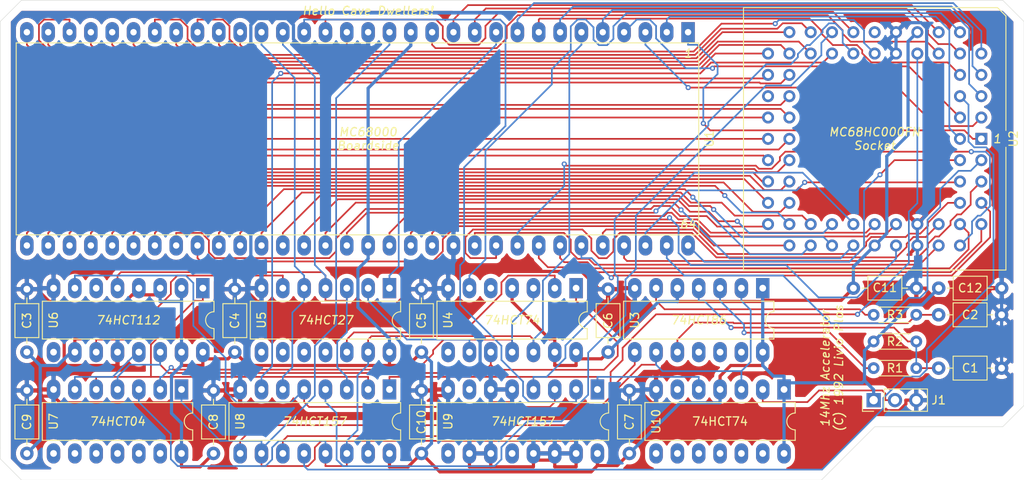
<source format=kicad_pcb>
(kicad_pcb (version 20171130) (host pcbnew "(5.1.2-1)-1")
  (layers (0 F.Cu mixed) (31 B.Cu mixed) (35 F.Paste user) (36 B.SilkS user) (37 F.SilkS user) (38 B.Mask user) (39 F.Mask user) (44 Edge.Cuts user))
  (net 0 "")
  (net 1 /GND)
  (net 2 /VCC)
  (net 3 /CPU_D5)
  (net 4 /CPU_D6)
  (net 5 /CPU_D7)
  (net 6 /CPU_D8)
  (net 7 /CPU_D9)
  (net 8 /CPU_D10)
  (net 9 /CPU_D11)
  (net 10 /CPU_D12)
  (net 11 /CPU_D13)
  (net 12 /CPU_D14)
  (net 13 /CPU_D15)
  (net 14 /CPU_A23)
  (net 15 /CPU_A22)
  (net 16 /CPU_A21)
  (net 17 /CPU_A20)
  (net 18 /CPU_A19)
  (net 19 /CPU_A18)
  (net 20 /CPU_A17)
  (net 21 /CPU_A16)
  (net 22 /CPU_A15)
  (net 23 /CPU_A14)
  (net 24 /CPU_A13)
  (net 25 /CPU_A12)
  (net 26 /CPU_A11)
  (net 27 /CPU_A10)
  (net 28 /CPU_A9)
  (net 29 /CPU_A8)
  (net 30 /CPU_A7)
  (net 31 /CPU_A6)
  (net 32 /CPU_A5)
  (net 33 /CPU_A4)
  (net 34 /CPU_A3)
  (net 35 /CPU_A2)
  (net 36 /CPU_A1)
  (net 37 /CPU_FC0)
  (net 38 /CPU_FC1)
  (net 39 /CPU_FC2)
  (net 40 /CPU_IPL0)
  (net 41 /CPU_IPL1)
  (net 42 /CPU_IPL2)
  (net 43 /CPU_BERR)
  (net 44 /CPU_VPA)
  (net 45 /CPU_E)
  (net 46 /CPU_VMA)
  (net 47 /CPU_RESET)
  (net 48 /CPU_HALT)
  (net 49 /CPU_CLK)
  (net 50 /CPU_BR)
  (net 51 /CPU_BGACK)
  (net 52 /CPU_BG)
  (net 53 /CPU_DTACK)
  (net 54 /CPU_RW)
  (net 55 /CPU_LDS)
  (net 56 /CPU_UDS)
  (net 57 /CPU_AS)
  (net 58 /CPU_D0)
  (net 59 /CPU_D1)
  (net 60 /CPU_D2)
  (net 61 /CPU_D3)
  (net 62 /CPU_D4)
  (net 63 "Net-(R1-Pad2)")
  (net 64 "Net-(R3-Pad2)")
  (net 65 "Net-(U4-Pad5)")
  (net 66 "Net-(U4-Pad9)")
  (net 67 "Net-(U4-Pad2)")
  (net 68 "Net-(U4-Pad8)")
  (net 69 "Net-(U4-Pad1)")
  (net 70 "Net-(U5-Pad6)")
  (net 71 "Net-(U6-Pad9)")
  (net 72 "Net-(U6-Pad6)")
  (net 73 "/A500 14Mhz Accelerator Sheet 2/CDAC")
  (net 74 /CPU_CLK14)
  (net 75 "/A500 14Mhz Accelerator Sheet 2/_CLKIN")
  (net 76 /CPU_E14)
  (net 77 /CPU_DTACK14)
  (net 78 "/A500 14Mhz Accelerator Sheet 2/_E_OUT")
  (net 79 /CPU_VMA14)
  (net 80 "/A500 14Mhz Accelerator Sheet 2/SPD_SEL")
  (net 81 /CPU_VPA14)
  (net 82 /CPU_AS14)
  (net 83 "/A500 14Mhz Accelerator Sheet 2/SW_CLK14")
  (net 84 "/A500 14Mhz Accelerator Sheet 2/SW_E14")
  (net 85 "/A500 14Mhz Accelerator Sheet 2/SW_VMA")
  (net 86 "/A500 14Mhz Accelerator Sheet 2/SEL_SW")
  (net 87 "Net-(U9-Pad9)")
  (net 88 "Net-(U9-Pad12)")
  (net 89 "Net-(U9-Pad7)")
  (net 90 "Net-(U10-Pad6)")
  (net 91 "Net-(U2-Pad18)")
  (net 92 "Net-(U2-Pad31)")
  (net 93 "Net-(C1-Pad2)")
  (module Package_DIP:DIP-64_W25.4mm_SIL_Headers (layer F.Cu) (at 127.635 102.87 270)
    (fp_text reference U1 (at 0 -40.64 90) (layer F.SilkS))
    (fp_text value "68000 Boardside")
    (fp_text user 64 (at 10.16 -38.1) (layer F.SilkS) (effects (font (thickness 0.15) italic)))
    (fp_text user 1 (at -10.16 -38.1) (layer F.SilkS) (effects (font (thickness 0.15) italic)))
    (pad 64 thru_hole oval (at 12.7 -38.1 270) (size 2.4 1.6) (drill 0.762) (layers *.Cu *.Mask) (net 3 /CPU_D5))
    (pad 63 thru_hole oval (at 12.7 -35.56 270) (size 2.4 1.6) (drill 0.762) (layers *.Cu *.Mask) (net 4 /CPU_D6))
    (pad 62 thru_hole oval (at 12.7 -33.02 270) (size 2.4 1.6) (drill 0.762) (layers *.Cu *.Mask) (net 5 /CPU_D7))
    (pad 61 thru_hole oval (at 12.7 -30.48 270) (size 2.4 1.6) (drill 0.762) (layers *.Cu *.Mask) (net 6 /CPU_D8))
    (pad 60 thru_hole oval (at 12.7 -27.94 270) (size 2.4 1.6) (drill 0.762) (layers *.Cu *.Mask) (net 7 /CPU_D9))
    (pad 59 thru_hole oval (at 12.7 -25.4 270) (size 2.4 1.6) (drill 0.762) (layers *.Cu *.Mask) (net 8 /CPU_D10))
    (pad 58 thru_hole oval (at 12.7 -22.86 270) (size 2.4 1.6) (drill 0.762) (layers *.Cu *.Mask) (net 9 /CPU_D11))
    (pad 57 thru_hole oval (at 12.7 -20.32 270) (size 2.4 1.6) (drill 0.762) (layers *.Cu *.Mask) (net 10 /CPU_D12))
    (pad 56 thru_hole oval (at 12.7 -17.78 270) (size 2.4 1.6) (drill 0.762) (layers *.Cu *.Mask) (net 11 /CPU_D13))
    (pad 55 thru_hole oval (at 12.7 -15.24 270) (size 2.4 1.6) (drill 0.762) (layers *.Cu *.Mask) (net 12 /CPU_D14))
    (pad 54 thru_hole oval (at 12.7 -12.7 270) (size 2.4 1.6) (drill 0.762) (layers *.Cu *.Mask) (net 13 /CPU_D15))
    (pad 53 thru_hole oval (at 12.7 -10.16 270) (size 2.4 1.6) (drill 0.762) (layers *.Cu *.Mask) (net 1 /GND))
    (pad 52 thru_hole oval (at 12.7 -7.62 270) (size 2.4 1.6) (drill 0.762) (layers *.Cu *.Mask) (net 14 /CPU_A23))
    (pad 51 thru_hole oval (at 12.7 -5.08 270) (size 2.4 1.6) (drill 0.762) (layers *.Cu *.Mask) (net 15 /CPU_A22))
    (pad 50 thru_hole oval (at 12.7 -2.54 270) (size 2.4 1.6) (drill 0.762) (layers *.Cu *.Mask) (net 16 /CPU_A21))
    (pad 49 thru_hole oval (at 12.7 0 270) (size 2.4 1.6) (drill 0.762) (layers *.Cu *.Mask) (net 2 /VCC))
    (pad 48 thru_hole oval (at 12.7 2.54 270) (size 2.4 1.6) (drill 0.762) (layers *.Cu *.Mask) (net 17 /CPU_A20))
    (pad 47 thru_hole oval (at 12.7 5.08 270) (size 2.4 1.6) (drill 0.762) (layers *.Cu *.Mask) (net 18 /CPU_A19))
    (pad 46 thru_hole oval (at 12.7 7.62 270) (size 2.4 1.6) (drill 0.762) (layers *.Cu *.Mask) (net 19 /CPU_A18))
    (pad 45 thru_hole oval (at 12.7 10.16 270) (size 2.4 1.6) (drill 0.762) (layers *.Cu *.Mask) (net 20 /CPU_A17))
    (pad 44 thru_hole oval (at 12.7 12.7 270) (size 2.4 1.6) (drill 0.762) (layers *.Cu *.Mask) (net 21 /CPU_A16))
    (pad 43 thru_hole oval (at 12.7 15.24 270) (size 2.4 1.6) (drill 0.762) (layers *.Cu *.Mask) (net 22 /CPU_A15))
    (pad 42 thru_hole oval (at 12.7 17.78 270) (size 2.4 1.6) (drill 0.762) (layers *.Cu *.Mask) (net 23 /CPU_A14))
    (pad 41 thru_hole oval (at 12.7 20.32 270) (size 2.4 1.6) (drill 0.762) (layers *.Cu *.Mask) (net 24 /CPU_A13))
    (pad 40 thru_hole oval (at 12.7 22.86 270) (size 2.4 1.6) (drill 0.762) (layers *.Cu *.Mask) (net 25 /CPU_A12))
    (pad 39 thru_hole oval (at 12.7 25.4 270) (size 2.4 1.6) (drill 0.762) (layers *.Cu *.Mask) (net 26 /CPU_A11))
    (pad 38 thru_hole oval (at 12.7 27.94 270) (size 2.4 1.6) (drill 0.762) (layers *.Cu *.Mask) (net 27 /CPU_A10))
    (pad 37 thru_hole oval (at 12.7 30.48 270) (size 2.4 1.6) (drill 0.762) (layers *.Cu *.Mask) (net 28 /CPU_A9))
    (pad 36 thru_hole oval (at 12.7 33.02 270) (size 2.4 1.6) (drill 0.762) (layers *.Cu *.Mask) (net 29 /CPU_A8))
    (pad 35 thru_hole oval (at 12.7 35.56 270) (size 2.4 1.6) (drill 0.762) (layers *.Cu *.Mask) (net 30 /CPU_A7))
    (pad 34 thru_hole oval (at 12.7 38.1 270) (size 2.4 1.6) (drill 0.762) (layers *.Cu *.Mask) (net 31 /CPU_A6))
    (pad 33 thru_hole oval (at 12.7 40.64 270) (size 2.4 1.6) (drill 0.762) (layers *.Cu *.Mask) (net 32 /CPU_A5))
    (pad 32 thru_hole oval (at -12.7 40.64 270) (size 2.4 1.6) (drill 0.762) (layers *.Cu *.Mask) (net 33 /CPU_A4))
    (pad 31 thru_hole oval (at -12.7 38.1 270) (size 2.4 1.6) (drill 0.762) (layers *.Cu *.Mask) (net 34 /CPU_A3))
    (pad 30 thru_hole oval (at -12.7 35.56 270) (size 2.4 1.6) (drill 0.762) (layers *.Cu *.Mask) (net 35 /CPU_A2))
    (pad 29 thru_hole oval (at -12.7 33.02 270) (size 2.4 1.6) (drill 0.762) (layers *.Cu *.Mask) (net 36 /CPU_A1))
    (pad 28 thru_hole oval (at -12.7 30.48 270) (size 2.4 1.6) (drill 0.762) (layers *.Cu *.Mask) (net 37 /CPU_FC0))
    (pad 27 thru_hole oval (at -12.7 27.94 270) (size 2.4 1.6) (drill 0.762) (layers *.Cu *.Mask) (net 38 /CPU_FC1))
    (pad 26 thru_hole oval (at -12.7 25.4 270) (size 2.4 1.6) (drill 0.762) (layers *.Cu *.Mask) (net 39 /CPU_FC2))
    (pad 25 thru_hole oval (at -12.7 22.86 270) (size 2.4 1.6) (drill 0.762) (layers *.Cu *.Mask) (net 40 /CPU_IPL0))
    (pad 24 thru_hole oval (at -12.7 20.32 270) (size 2.4 1.6) (drill 0.762) (layers *.Cu *.Mask) (net 41 /CPU_IPL1))
    (pad 23 thru_hole oval (at -12.7 17.78 270) (size 2.4 1.6) (drill 0.762) (layers *.Cu *.Mask) (net 42 /CPU_IPL2))
    (pad 22 thru_hole oval (at -12.7 15.24 270) (size 2.4 1.6) (drill 0.762) (layers *.Cu *.Mask) (net 43 /CPU_BERR))
    (pad 21 thru_hole oval (at -12.7 12.7 270) (size 2.4 1.6) (drill 0.762) (layers *.Cu *.Mask) (net 44 /CPU_VPA))
    (pad 20 thru_hole oval (at -12.7 10.16 270) (size 2.4 1.6) (drill 0.762) (layers *.Cu *.Mask) (net 45 /CPU_E))
    (pad 19 thru_hole oval (at -12.7 7.62 270) (size 2.4 1.6) (drill 0.762) (layers *.Cu *.Mask) (net 46 /CPU_VMA))
    (pad 18 thru_hole oval (at -12.7 5.08 270) (size 2.4 1.6) (drill 0.762) (layers *.Cu *.Mask) (net 47 /CPU_RESET))
    (pad 17 thru_hole oval (at -12.7 2.54 270) (size 2.4 1.6) (drill 0.762) (layers *.Cu *.Mask) (net 48 /CPU_HALT))
    (pad 16 thru_hole oval (at -12.7 0 270) (size 2.4 1.6) (drill 0.762) (layers *.Cu *.Mask) (net 1 /GND))
    (pad 15 thru_hole oval (at -12.7 -2.54 270) (size 2.4 1.6) (drill 0.762) (layers *.Cu *.Mask) (net 49 /CPU_CLK))
    (pad 14 thru_hole oval (at -12.7 -5.08 270) (size 2.4 1.6) (drill 0.762) (layers *.Cu *.Mask) (net 2 /VCC))
    (pad 13 thru_hole oval (at -12.7 -7.62 270) (size 2.4 1.6) (drill 0.762) (layers *.Cu *.Mask) (net 50 /CPU_BR))
    (pad 12 thru_hole oval (at -12.7 -10.16 270) (size 2.4 1.6) (drill 0.762) (layers *.Cu *.Mask) (net 51 /CPU_BGACK))
    (pad 11 thru_hole oval (at -12.7 -12.7 270) (size 2.4 1.6) (drill 0.762) (layers *.Cu *.Mask) (net 52 /CPU_BG))
    (pad 10 thru_hole oval (at -12.7 -15.24 270) (size 2.4 1.6) (drill 0.762) (layers *.Cu *.Mask) (net 53 /CPU_DTACK))
    (pad 9 thru_hole oval (at -12.7 -17.78 270) (size 2.4 1.6) (drill 0.762) (layers *.Cu *.Mask) (net 54 /CPU_RW))
    (pad 8 thru_hole oval (at -12.7 -20.32 270) (size 2.4 1.6) (drill 0.762) (layers *.Cu *.Mask) (net 55 /CPU_LDS))
    (pad 7 thru_hole oval (at -12.7 -22.86 270) (size 2.4 1.6) (drill 0.762) (layers *.Cu *.Mask) (net 56 /CPU_UDS))
    (pad 6 thru_hole oval (at -12.7 -25.4 270) (size 2.4 1.6) (drill 0.762) (layers *.Cu *.Mask) (net 57 /CPU_AS))
    (pad 5 thru_hole oval (at -12.7 -27.94 270) (size 2.4 1.6) (drill 0.762) (layers *.Cu *.Mask) (net 58 /CPU_D0))
    (pad 4 thru_hole oval (at -12.7 -30.48 270) (size 2.4 1.6) (drill 0.762) (layers *.Cu *.Mask) (net 59 /CPU_D1))
    (pad 3 thru_hole oval (at -12.7 -33.02 270) (size 2.4 1.6) (drill 0.762) (layers *.Cu *.Mask) (net 60 /CPU_D2))
    (pad 2 thru_hole oval (at -12.7 -35.56 270) (size 2.4 1.6) (drill 0.762) (layers *.Cu *.Mask) (net 61 /CPU_D3))
    (pad 1 thru_hole rect (at -12.7 -38.1 270) (size 2.4 1.6) (drill 0.762) (layers *.Cu *.Mask) (net 62 /CPU_D4))
  )
  (module Capacitor_THT:C_Axial_L3.8mm_D2.6mm_P7.50mm_Horizontal (layer F.Cu) (at 203.073 130.175 180)
    (fp_text reference C1 (at 3.75 0) (layer F.SilkS))
    (fp_text value 22pf)
    (pad 1 thru_hole circle (at 0 0 180) (size 1.6 1.6) (drill 0.8) (layers *.Cu *.Mask) (net 1 /GND))
    (pad 2 thru_hole oval (at 7.5 0 180) (size 1.6 1.6) (drill 0.8) (layers *.Cu *.Mask) (net 93 "Net-(C1-Pad2)"))
  )
  (module Capacitor_THT:C_Axial_L3.8mm_D2.6mm_P7.50mm_Horizontal (layer F.Cu) (at 203.073 123.825 180)
    (fp_text reference C2 (at 3.75 0) (layer F.SilkS))
    (fp_text value 22pf)
    (pad 2 thru_hole oval (at 7.5 0 180) (size 1.6 1.6) (drill 0.8) (layers *.Cu *.Mask) (net 73 "/A500 14Mhz Accelerator Sheet 2/CDAC"))
    (pad 1 thru_hole circle (at 0 0 180) (size 1.6 1.6) (drill 0.8) (layers *.Cu *.Mask) (net 1 /GND))
  )
  (module Resistor_THT:R_Axial_DIN0204_L3.6mm_D1.6mm_P5.08mm_Horizontal (layer F.Cu) (at 192.913 130.175 180)
    (fp_text reference R1 (at 2.54 0) (layer F.SilkS))
    (fp_text value 560)
    (pad 1 thru_hole circle (at 0 0 180) (size 1.4 1.4) (drill 0.7) (layers *.Cu *.Mask) (net 93 "Net-(C1-Pad2)"))
    (pad 2 thru_hole oval (at 5.08 0 180) (size 1.4 1.4) (drill 0.7) (layers *.Cu *.Mask) (net 63 "Net-(R1-Pad2)"))
  )
  (module Resistor_THT:R_Axial_DIN0204_L3.6mm_D1.6mm_P5.08mm_Horizontal (layer F.Cu) (at 187.833 127)
    (fp_text reference R2 (at 2.54 0) (layer F.SilkS))
    (fp_text value 10k)
    (pad 2 thru_hole oval (at 5.08 0) (size 1.4 1.4) (drill 0.7) (layers *.Cu *.Mask) (net 93 "Net-(C1-Pad2)"))
    (pad 1 thru_hole circle (at 0 0) (size 1.4 1.4) (drill 0.7) (layers *.Cu *.Mask) (net 2 /VCC))
  )
  (module Resistor_THT:R_Axial_DIN0204_L3.6mm_D1.6mm_P5.08mm_Horizontal (layer F.Cu) (at 192.913 123.825 180)
    (fp_text reference R3 (at 2.54 0) (layer F.SilkS))
    (fp_text value 560)
    (pad 1 thru_hole circle (at 0 0 180) (size 1.4 1.4) (drill 0.7) (layers *.Cu *.Mask) (net 73 "/A500 14Mhz Accelerator Sheet 2/CDAC"))
    (pad 2 thru_hole oval (at 5.08 0 180) (size 1.4 1.4) (drill 0.7) (layers *.Cu *.Mask) (net 64 "Net-(R3-Pad2)"))
  )
  (module Package_DIP:DIP-14_W7.62mm_LongPads (layer F.Cu) (at 174.625 120.65 270)
    (fp_text reference U3 (at 3.81 15.24 90) (layer F.SilkS))
    (fp_text value 74HC86)
    (pad 1 thru_hole rect (at 0 0 270) (size 2.4 1.6) (drill 0.8) (layers *.Cu *.Mask) (net 2 /VCC))
    (pad 8 thru_hole oval (at 7.62 15.24 270) (size 2.4 1.6) (drill 0.8) (layers *.Cu *.Mask) (net 83 "/A500 14Mhz Accelerator Sheet 2/SW_CLK14"))
    (pad 2 thru_hole oval (at 0 2.54 270) (size 2.4 1.6) (drill 0.8) (layers *.Cu *.Mask) (net 49 /CPU_CLK))
    (pad 9 thru_hole oval (at 7.62 12.7 270) (size 2.4 1.6) (drill 0.8) (layers *.Cu *.Mask) (net 49 /CPU_CLK))
    (pad 3 thru_hole oval (at 0 5.08 270) (size 2.4 1.6) (drill 0.8) (layers *.Cu *.Mask) (net 63 "Net-(R1-Pad2)"))
    (pad 10 thru_hole oval (at 7.62 10.16 270) (size 2.4 1.6) (drill 0.8) (layers *.Cu *.Mask) (net 73 "/A500 14Mhz Accelerator Sheet 2/CDAC"))
    (pad 4 thru_hole oval (at 0 7.62 270) (size 2.4 1.6) (drill 0.8) (layers *.Cu *.Mask) (net 93 "Net-(C1-Pad2)"))
    (pad 11 thru_hole oval (at 7.62 7.62 270) (size 2.4 1.6) (drill 0.8) (layers *.Cu *.Mask))
    (pad 5 thru_hole oval (at 0 10.16 270) (size 2.4 1.6) (drill 0.8) (layers *.Cu *.Mask) (net 2 /VCC))
    (pad 12 thru_hole oval (at 7.62 5.08 270) (size 2.4 1.6) (drill 0.8) (layers *.Cu *.Mask))
    (pad 6 thru_hole oval (at 0 12.7 270) (size 2.4 1.6) (drill 0.8) (layers *.Cu *.Mask) (net 64 "Net-(R3-Pad2)"))
    (pad 13 thru_hole oval (at 7.62 2.54 270) (size 2.4 1.6) (drill 0.8) (layers *.Cu *.Mask))
    (pad 7 thru_hole oval (at 0 15.24 270) (size 2.4 1.6) (drill 0.8) (layers *.Cu *.Mask) (net 1 /GND))
    (pad 14 thru_hole oval (at 7.62 0 270) (size 2.4 1.6) (drill 0.8) (layers *.Cu *.Mask) (net 2 /VCC))
  )
  (module Package_DIP:DIP-14_W7.62mm_LongPads (layer F.Cu) (at 152.4 120.65 270)
    (fp_text reference U4 (at 3.81 15.24 90) (layer F.SilkS))
    (fp_text value 74HC74)
    (pad 14 thru_hole oval (at 7.62 0 270) (size 2.4 1.6) (drill 0.8) (layers *.Cu *.Mask) (net 2 /VCC))
    (pad 7 thru_hole oval (at 0 15.24 270) (size 2.4 1.6) (drill 0.8) (layers *.Cu *.Mask) (net 1 /GND))
    (pad 13 thru_hole oval (at 7.62 2.54 270) (size 2.4 1.6) (drill 0.8) (layers *.Cu *.Mask) (net 2 /VCC))
    (pad 6 thru_hole oval (at 0 12.7 270) (size 2.4 1.6) (drill 0.8) (layers *.Cu *.Mask) (net 77 /CPU_DTACK14))
    (pad 12 thru_hole oval (at 7.62 5.08 270) (size 2.4 1.6) (drill 0.8) (layers *.Cu *.Mask) (net 57 /CPU_AS))
    (pad 5 thru_hole oval (at 0 10.16 270) (size 2.4 1.6) (drill 0.8) (layers *.Cu *.Mask) (net 65 "Net-(U4-Pad5)"))
    (pad 11 thru_hole oval (at 7.62 7.62 270) (size 2.4 1.6) (drill 0.8) (layers *.Cu *.Mask) (net 75 "/A500 14Mhz Accelerator Sheet 2/_CLKIN"))
    (pad 4 thru_hole oval (at 0 7.62 270) (size 2.4 1.6) (drill 0.8) (layers *.Cu *.Mask) (net 2 /VCC))
    (pad 10 thru_hole oval (at 7.62 10.16 270) (size 2.4 1.6) (drill 0.8) (layers *.Cu *.Mask) (net 69 "Net-(U4-Pad1)"))
    (pad 3 thru_hole oval (at 0 5.08 270) (size 2.4 1.6) (drill 0.8) (layers *.Cu *.Mask) (net 75 "/A500 14Mhz Accelerator Sheet 2/_CLKIN"))
    (pad 9 thru_hole oval (at 7.62 12.7 270) (size 2.4 1.6) (drill 0.8) (layers *.Cu *.Mask) (net 66 "Net-(U4-Pad9)"))
    (pad 2 thru_hole oval (at 0 2.54 270) (size 2.4 1.6) (drill 0.8) (layers *.Cu *.Mask) (net 67 "Net-(U4-Pad2)"))
    (pad 8 thru_hole oval (at 7.62 15.24 270) (size 2.4 1.6) (drill 0.8) (layers *.Cu *.Mask) (net 68 "Net-(U4-Pad8)"))
    (pad 1 thru_hole rect (at 0 0 270) (size 2.4 1.6) (drill 0.8) (layers *.Cu *.Mask) (net 69 "Net-(U4-Pad1)"))
  )
  (module Package_DIP:DIP-14_W7.62mm_LongPads (layer F.Cu) (at 130.175 120.65 270)
    (fp_text reference U5 (at 3.81 15.24 90) (layer F.SilkS))
    (fp_text value 74LS27)
    (pad 1 thru_hole rect (at 0 0 270) (size 2.4 1.6) (drill 0.8) (layers *.Cu *.Mask) (net 53 /CPU_DTACK))
    (pad 8 thru_hole oval (at 7.62 15.24 270) (size 2.4 1.6) (drill 0.8) (layers *.Cu *.Mask))
    (pad 2 thru_hole oval (at 0 2.54 270) (size 2.4 1.6) (drill 0.8) (layers *.Cu *.Mask) (net 66 "Net-(U4-Pad9)"))
    (pad 9 thru_hole oval (at 7.62 12.7 270) (size 2.4 1.6) (drill 0.8) (layers *.Cu *.Mask))
    (pad 3 thru_hole oval (at 0 5.08 270) (size 2.4 1.6) (drill 0.8) (layers *.Cu *.Mask) (net 45 /CPU_E))
    (pad 10 thru_hole oval (at 7.62 10.16 270) (size 2.4 1.6) (drill 0.8) (layers *.Cu *.Mask))
    (pad 4 thru_hole oval (at 0 7.62 270) (size 2.4 1.6) (drill 0.8) (layers *.Cu *.Mask) (net 45 /CPU_E))
    (pad 11 thru_hole oval (at 7.62 7.62 270) (size 2.4 1.6) (drill 0.8) (layers *.Cu *.Mask))
    (pad 5 thru_hole oval (at 0 10.16 270) (size 2.4 1.6) (drill 0.8) (layers *.Cu *.Mask) (net 44 /CPU_VPA))
    (pad 12 thru_hole oval (at 7.62 5.08 270) (size 2.4 1.6) (drill 0.8) (layers *.Cu *.Mask) (net 67 "Net-(U4-Pad2)"))
    (pad 6 thru_hole oval (at 0 12.7 270) (size 2.4 1.6) (drill 0.8) (layers *.Cu *.Mask) (net 70 "Net-(U5-Pad6)"))
    (pad 13 thru_hole oval (at 7.62 2.54 270) (size 2.4 1.6) (drill 0.8) (layers *.Cu *.Mask) (net 57 /CPU_AS))
    (pad 7 thru_hole oval (at 0 15.24 270) (size 2.4 1.6) (drill 0.8) (layers *.Cu *.Mask) (net 1 /GND))
    (pad 14 thru_hole oval (at 7.62 0 270) (size 2.4 1.6) (drill 0.8) (layers *.Cu *.Mask) (net 2 /VCC))
  )
  (module Package_DIP:DIP-16_W7.62mm_LongPads (layer F.Cu) (at 107.95 120.65 270)
    (fp_text reference U6 (at 3.81 17.78 90) (layer F.SilkS))
    (fp_text value 74LS112)
    (pad 1 thru_hole rect (at 0 0 270) (size 2.4 1.6) (drill 0.8) (layers *.Cu *.Mask) (net 84 "/A500 14Mhz Accelerator Sheet 2/SW_E14"))
    (pad 9 thru_hole oval (at 7.62 17.78 270) (size 2.4 1.6) (drill 0.8) (layers *.Cu *.Mask) (net 71 "Net-(U6-Pad9)"))
    (pad 2 thru_hole oval (at 0 2.54 270) (size 2.4 1.6) (drill 0.8) (layers *.Cu *.Mask) (net 2 /VCC))
    (pad 10 thru_hole oval (at 7.62 15.24 270) (size 2.4 1.6) (drill 0.8) (layers *.Cu *.Mask) (net 2 /VCC))
    (pad 3 thru_hole oval (at 0 5.08 270) (size 2.4 1.6) (drill 0.8) (layers *.Cu *.Mask) (net 2 /VCC))
    (pad 11 thru_hole oval (at 7.62 12.7 270) (size 2.4 1.6) (drill 0.8) (layers *.Cu *.Mask) (net 70 "Net-(U5-Pad6)"))
    (pad 4 thru_hole oval (at 0 7.62 270) (size 2.4 1.6) (drill 0.8) (layers *.Cu *.Mask) (net 2 /VCC))
    (pad 12 thru_hole oval (at 7.62 10.16 270) (size 2.4 1.6) (drill 0.8) (layers *.Cu *.Mask) (net 1 /GND))
    (pad 5 thru_hole oval (at 0 10.16 270) (size 2.4 1.6) (drill 0.8) (layers *.Cu *.Mask) (net 45 /CPU_E))
    (pad 13 thru_hole oval (at 7.62 7.62 270) (size 2.4 1.6) (drill 0.8) (layers *.Cu *.Mask) (net 78 "/A500 14Mhz Accelerator Sheet 2/_E_OUT"))
    (pad 6 thru_hole oval (at 0 12.7 270) (size 2.4 1.6) (drill 0.8) (layers *.Cu *.Mask) (net 72 "Net-(U6-Pad6)"))
    (pad 14 thru_hole oval (at 7.62 5.08 270) (size 2.4 1.6) (drill 0.8) (layers *.Cu *.Mask) (net 69 "Net-(U4-Pad1)"))
    (pad 7 thru_hole oval (at 0 15.24 270) (size 2.4 1.6) (drill 0.8) (layers *.Cu *.Mask) (net 85 "/A500 14Mhz Accelerator Sheet 2/SW_VMA"))
    (pad 15 thru_hole oval (at 7.62 2.54 270) (size 2.4 1.6) (drill 0.8) (layers *.Cu *.Mask) (net 2 /VCC))
    (pad 8 thru_hole oval (at 0 17.78 270) (size 2.4 1.6) (drill 0.8) (layers *.Cu *.Mask) (net 1 /GND))
    (pad 16 thru_hole oval (at 7.62 0 270) (size 2.4 1.6) (drill 0.8) (layers *.Cu *.Mask) (net 2 /VCC))
  )
  (module Package_DIP:DIP-14_W7.62mm_LongPads (layer F.Cu) (at 105.41 132.715 270)
    (fp_text reference U7 (at 3.81 15.24 270) (layer F.SilkS))
    (fp_text value 74HC04)
    (pad 14 thru_hole oval (at 7.62 0 270) (size 2.4 1.6) (drill 0.8) (layers *.Cu *.Mask) (net 2 /VCC))
    (pad 7 thru_hole oval (at 0 15.24 270) (size 2.4 1.6) (drill 0.8) (layers *.Cu *.Mask) (net 1 /GND))
    (pad 13 thru_hole oval (at 7.62 2.54 270) (size 2.4 1.6) (drill 0.8) (layers *.Cu *.Mask))
    (pad 6 thru_hole oval (at 0 12.7 270) (size 2.4 1.6) (drill 0.8) (layers *.Cu *.Mask) (net 78 "/A500 14Mhz Accelerator Sheet 2/_E_OUT"))
    (pad 12 thru_hole oval (at 7.62 5.08 270) (size 2.4 1.6) (drill 0.8) (layers *.Cu *.Mask))
    (pad 5 thru_hole oval (at 0 10.16 270) (size 2.4 1.6) (drill 0.8) (layers *.Cu *.Mask) (net 84 "/A500 14Mhz Accelerator Sheet 2/SW_E14"))
    (pad 11 thru_hole oval (at 7.62 7.62 270) (size 2.4 1.6) (drill 0.8) (layers *.Cu *.Mask))
    (pad 4 thru_hole oval (at 0 7.62 270) (size 2.4 1.6) (drill 0.8) (layers *.Cu *.Mask) (net 69 "Net-(U4-Pad1)"))
    (pad 10 thru_hole oval (at 7.62 10.16 270) (size 2.4 1.6) (drill 0.8) (layers *.Cu *.Mask))
    (pad 3 thru_hole oval (at 0 5.08 270) (size 2.4 1.6) (drill 0.8) (layers *.Cu *.Mask) (net 57 /CPU_AS))
    (pad 9 thru_hole oval (at 7.62 12.7 270) (size 2.4 1.6) (drill 0.8) (layers *.Cu *.Mask))
    (pad 2 thru_hole oval (at 0 2.54 270) (size 2.4 1.6) (drill 0.8) (layers *.Cu *.Mask) (net 75 "/A500 14Mhz Accelerator Sheet 2/_CLKIN"))
    (pad 8 thru_hole oval (at 7.62 15.24 270) (size 2.4 1.6) (drill 0.8) (layers *.Cu *.Mask))
    (pad 1 thru_hole rect (at 0 0 270) (size 2.4 1.6) (drill 0.8) (layers *.Cu *.Mask) (net 49 /CPU_CLK))
  )
  (module Connector_PinHeader_2.54mm:PinHeader_1x03_P2.54mm_Vertical (layer F.Cu) (at 187.833 133.985 90)
    (fp_text reference J1 (at 0 7.747 180) (layer F.SilkS))
    (fp_text value "Speed Selector")
    (pad 1 thru_hole rect (at 0 0 90) (size 1.7 1.7) (drill 1) (layers *.Cu *.Mask) (net 2 /VCC))
    (pad 2 thru_hole oval (at 0 2.54 90) (size 1.7 1.7) (drill 1) (layers *.Cu *.Mask) (net 80 "/A500 14Mhz Accelerator Sheet 2/SPD_SEL"))
    (pad 3 thru_hole oval (at 0 5.08 90) (size 1.7 1.7) (drill 1) (layers *.Cu *.Mask) (net 1 /GND))
  )
  (module Package_DIP:DIP-16_W7.62mm_LongPads (layer F.Cu) (at 130.175 132.715 270)
    (fp_text reference U8 (at 3.81 17.78 90) (layer F.SilkS))
    (fp_text value 74LS157)
    (pad 1 thru_hole rect (at 0 0 270) (size 2.4 1.6) (drill 0.8) (layers *.Cu *.Mask) (net 86 "/A500 14Mhz Accelerator Sheet 2/SEL_SW"))
    (pad 9 thru_hole oval (at 7.62 17.78 270) (size 2.4 1.6) (drill 0.8) (layers *.Cu *.Mask) (net 74 /CPU_CLK14))
    (pad 2 thru_hole oval (at 0 2.54 270) (size 2.4 1.6) (drill 0.8) (layers *.Cu *.Mask) (net 84 "/A500 14Mhz Accelerator Sheet 2/SW_E14"))
    (pad 10 thru_hole oval (at 7.62 15.24 270) (size 2.4 1.6) (drill 0.8) (layers *.Cu *.Mask) (net 49 /CPU_CLK))
    (pad 3 thru_hole oval (at 0 5.08 270) (size 2.4 1.6) (drill 0.8) (layers *.Cu *.Mask) (net 45 /CPU_E))
    (pad 11 thru_hole oval (at 7.62 12.7 270) (size 2.4 1.6) (drill 0.8) (layers *.Cu *.Mask) (net 83 "/A500 14Mhz Accelerator Sheet 2/SW_CLK14"))
    (pad 4 thru_hole oval (at 0 7.62 270) (size 2.4 1.6) (drill 0.8) (layers *.Cu *.Mask) (net 76 /CPU_E14))
    (pad 12 thru_hole oval (at 7.62 10.16 270) (size 2.4 1.6) (drill 0.8) (layers *.Cu *.Mask) (net 82 /CPU_AS14))
    (pad 5 thru_hole oval (at 0 10.16 270) (size 2.4 1.6) (drill 0.8) (layers *.Cu *.Mask) (net 85 "/A500 14Mhz Accelerator Sheet 2/SW_VMA"))
    (pad 13 thru_hole oval (at 7.62 7.62 270) (size 2.4 1.6) (drill 0.8) (layers *.Cu *.Mask) (net 57 /CPU_AS))
    (pad 6 thru_hole oval (at 0 12.7 270) (size 2.4 1.6) (drill 0.8) (layers *.Cu *.Mask) (net 44 /CPU_VPA))
    (pad 14 thru_hole oval (at 7.62 5.08 270) (size 2.4 1.6) (drill 0.8) (layers *.Cu *.Mask) (net 57 /CPU_AS))
    (pad 7 thru_hole oval (at 0 15.24 270) (size 2.4 1.6) (drill 0.8) (layers *.Cu *.Mask) (net 81 /CPU_VPA14))
    (pad 15 thru_hole oval (at 7.62 2.54 270) (size 2.4 1.6) (drill 0.8) (layers *.Cu *.Mask) (net 1 /GND))
    (pad 8 thru_hole oval (at 0 17.78 270) (size 2.4 1.6) (drill 0.8) (layers *.Cu *.Mask) (net 1 /GND))
    (pad 16 thru_hole oval (at 7.62 0 270) (size 2.4 1.6) (drill 0.8) (layers *.Cu *.Mask) (net 2 /VCC))
  )
  (module Package_DIP:DIP-16_W7.62mm_LongPads (layer F.Cu) (at 154.94 132.715 270)
    (fp_text reference U9 (at 3.81 17.78 90) (layer F.SilkS))
    (fp_text value 74LS157)
    (pad 1 thru_hole rect (at 0 0 270) (size 2.4 1.6) (drill 0.8) (layers *.Cu *.Mask) (net 86 "/A500 14Mhz Accelerator Sheet 2/SEL_SW"))
    (pad 9 thru_hole oval (at 7.62 17.78 270) (size 2.4 1.6) (drill 0.8) (layers *.Cu *.Mask) (net 87 "Net-(U9-Pad9)"))
    (pad 2 thru_hole oval (at 0 2.54 270) (size 2.4 1.6) (drill 0.8) (layers *.Cu *.Mask) (net 46 /CPU_VMA))
    (pad 10 thru_hole oval (at 7.62 15.24 270) (size 2.4 1.6) (drill 0.8) (layers *.Cu *.Mask) (net 1 /GND))
    (pad 3 thru_hole oval (at 0 5.08 270) (size 2.4 1.6) (drill 0.8) (layers *.Cu *.Mask) (net 85 "/A500 14Mhz Accelerator Sheet 2/SW_VMA"))
    (pad 11 thru_hole oval (at 7.62 12.7 270) (size 2.4 1.6) (drill 0.8) (layers *.Cu *.Mask) (net 1 /GND))
    (pad 4 thru_hole oval (at 0 7.62 270) (size 2.4 1.6) (drill 0.8) (layers *.Cu *.Mask) (net 79 /CPU_VMA14))
    (pad 12 thru_hole oval (at 7.62 10.16 270) (size 2.4 1.6) (drill 0.8) (layers *.Cu *.Mask) (net 88 "Net-(U9-Pad12)"))
    (pad 5 thru_hole oval (at 0 10.16 270) (size 2.4 1.6) (drill 0.8) (layers *.Cu *.Mask) (net 1 /GND))
    (pad 13 thru_hole oval (at 7.62 7.62 270) (size 2.4 1.6) (drill 0.8) (layers *.Cu *.Mask) (net 1 /GND))
    (pad 6 thru_hole oval (at 0 12.7 270) (size 2.4 1.6) (drill 0.8) (layers *.Cu *.Mask) (net 1 /GND))
    (pad 14 thru_hole oval (at 7.62 5.08 270) (size 2.4 1.6) (drill 0.8) (layers *.Cu *.Mask) (net 1 /GND))
    (pad 7 thru_hole oval (at 0 15.24 270) (size 2.4 1.6) (drill 0.8) (layers *.Cu *.Mask) (net 89 "Net-(U9-Pad7)"))
    (pad 15 thru_hole oval (at 7.62 2.54 270) (size 2.4 1.6) (drill 0.8) (layers *.Cu *.Mask) (net 1 /GND))
    (pad 8 thru_hole oval (at 0 17.78 270) (size 2.4 1.6) (drill 0.8) (layers *.Cu *.Mask) (net 1 /GND))
    (pad 16 thru_hole oval (at 7.62 0 270) (size 2.4 1.6) (drill 0.8) (layers *.Cu *.Mask) (net 2 /VCC))
  )
  (module Package_DIP:DIP-14_W7.62mm_LongPads (layer F.Cu) (at 177.165 132.715 270)
    (fp_text reference U10 (at 3.81 15.24 90) (layer F.SilkS))
    (fp_text value 74HC74)
    (pad 1 thru_hole rect (at 0 0 270) (size 2.4 1.6) (drill 0.8) (layers *.Cu *.Mask) (net 2 /VCC))
    (pad 8 thru_hole oval (at 7.62 15.24 270) (size 2.4 1.6) (drill 0.8) (layers *.Cu *.Mask))
    (pad 2 thru_hole oval (at 0 2.54 270) (size 2.4 1.6) (drill 0.8) (layers *.Cu *.Mask) (net 80 "/A500 14Mhz Accelerator Sheet 2/SPD_SEL"))
    (pad 9 thru_hole oval (at 7.62 12.7 270) (size 2.4 1.6) (drill 0.8) (layers *.Cu *.Mask))
    (pad 3 thru_hole oval (at 0 5.08 270) (size 2.4 1.6) (drill 0.8) (layers *.Cu *.Mask) (net 49 /CPU_CLK))
    (pad 10 thru_hole oval (at 7.62 10.16 270) (size 2.4 1.6) (drill 0.8) (layers *.Cu *.Mask))
    (pad 4 thru_hole oval (at 0 7.62 270) (size 2.4 1.6) (drill 0.8) (layers *.Cu *.Mask) (net 2 /VCC))
    (pad 11 thru_hole oval (at 7.62 7.62 270) (size 2.4 1.6) (drill 0.8) (layers *.Cu *.Mask))
    (pad 5 thru_hole oval (at 0 10.16 270) (size 2.4 1.6) (drill 0.8) (layers *.Cu *.Mask) (net 86 "/A500 14Mhz Accelerator Sheet 2/SEL_SW"))
    (pad 12 thru_hole oval (at 7.62 5.08 270) (size 2.4 1.6) (drill 0.8) (layers *.Cu *.Mask))
    (pad 6 thru_hole oval (at 0 12.7 270) (size 2.4 1.6) (drill 0.8) (layers *.Cu *.Mask) (net 90 "Net-(U10-Pad6)"))
    (pad 13 thru_hole oval (at 7.62 2.54 270) (size 2.4 1.6) (drill 0.8) (layers *.Cu *.Mask))
    (pad 7 thru_hole oval (at 0 15.24 270) (size 2.4 1.6) (drill 0.8) (layers *.Cu *.Mask) (net 1 /GND))
    (pad 14 thru_hole oval (at 7.62 0 270) (size 2.4 1.6) (drill 0.8) (layers *.Cu *.Mask) (net 2 /VCC))
  )
  (module Package_LCC:PLCC-68_THT-Socket (layer F.Cu) (at 200.66 102.87 270)
    (fp_text reference U2 (at 0 -3.825 90) (layer F.SilkS))
    (fp_text value "68HC000 Socket")
    (pad 2 thru_hole circle (at 0 2.54 270) (size 1.4224 1.4224) (drill 0.8) (layers *.Cu *.Mask) (net 61 /CPU_D3))
    (pad 4 thru_hole circle (at -2.54 2.54 270) (size 1.4224 1.4224) (drill 0.8) (layers *.Cu *.Mask) (net 59 /CPU_D1))
    (pad 6 thru_hole circle (at -5.08 2.54 270) (size 1.4224 1.4224) (drill 0.8) (layers *.Cu *.Mask) (net 82 /CPU_AS14))
    (pad 8 thru_hole circle (at -7.62 2.54 270) (size 1.4224 1.4224) (drill 0.8) (layers *.Cu *.Mask) (net 55 /CPU_LDS))
    (pad 68 thru_hole circle (at 2.54 2.54 270) (size 1.4224 1.4224) (drill 0.8) (layers *.Cu *.Mask) (net 3 /CPU_D5))
    (pad 66 thru_hole circle (at 5.08 2.54 270) (size 1.4224 1.4224) (drill 0.8) (layers *.Cu *.Mask) (net 5 /CPU_D7))
    (pad 64 thru_hole circle (at 7.62 2.54 270) (size 1.4224 1.4224) (drill 0.8) (layers *.Cu *.Mask) (net 7 /CPU_D9))
    (pad 62 thru_hole circle (at 10.16 2.54 270) (size 1.4224 1.4224) (drill 0.8) (layers *.Cu *.Mask) (net 9 /CPU_D11))
    (pad 1 thru_hole rect (at 0 0 270) (size 1.4224 1.4224) (drill 0.8) (layers *.Cu *.Mask) (net 62 /CPU_D4))
    (pad 3 thru_hole circle (at -2.54 0 270) (size 1.4224 1.4224) (drill 0.8) (layers *.Cu *.Mask) (net 60 /CPU_D2))
    (pad 5 thru_hole circle (at -5.08 0 270) (size 1.4224 1.4224) (drill 0.8) (layers *.Cu *.Mask) (net 58 /CPU_D0))
    (pad 7 thru_hole circle (at -7.62 0 270) (size 1.4224 1.4224) (drill 0.8) (layers *.Cu *.Mask) (net 56 /CPU_UDS))
    (pad 9 thru_hole circle (at -10.16 0 270) (size 1.4224 1.4224) (drill 0.8) (layers *.Cu *.Mask) (net 54 /CPU_RW))
    (pad 67 thru_hole circle (at 2.54 0 270) (size 1.4224 1.4224) (drill 0.8) (layers *.Cu *.Mask) (net 4 /CPU_D6))
    (pad 65 thru_hole circle (at 5.08 0 270) (size 1.4224 1.4224) (drill 0.8) (layers *.Cu *.Mask) (net 6 /CPU_D8))
    (pad 63 thru_hole circle (at 7.62 0 270) (size 1.4224 1.4224) (drill 0.8) (layers *.Cu *.Mask) (net 8 /CPU_D10))
    (pad 11 thru_hole circle (at -10.16 2.54 270) (size 1.4224 1.4224) (drill 0.8) (layers *.Cu *.Mask) (net 52 /CPU_BG))
    (pad 13 thru_hole circle (at -10.16 5.08 270) (size 1.4224 1.4224) (drill 0.8) (layers *.Cu *.Mask) (net 50 /CPU_BR))
    (pad 15 thru_hole circle (at -10.16 7.62 270) (size 1.4224 1.4224) (drill 0.8) (layers *.Cu *.Mask) (net 74 /CPU_CLK14))
    (pad 17 thru_hole circle (at -10.16 10.16 270) (size 1.4224 1.4224) (drill 0.8) (layers *.Cu *.Mask) (net 1 /GND))
    (pad 19 thru_hole circle (at -10.16 12.7 270) (size 1.4224 1.4224) (drill 0.8) (layers *.Cu *.Mask) (net 48 /CPU_HALT))
    (pad 21 thru_hole circle (at -10.16 15.24 270) (size 1.4224 1.4224) (drill 0.8) (layers *.Cu *.Mask) (net 79 /CPU_VMA14))
    (pad 23 thru_hole circle (at -10.16 17.78 270) (size 1.4224 1.4224) (drill 0.8) (layers *.Cu *.Mask) (net 81 /CPU_VPA14))
    (pad 25 thru_hole circle (at -10.16 20.32 270) (size 1.4224 1.4224) (drill 0.8) (layers *.Cu *.Mask) (net 42 /CPU_IPL2))
    (pad 10 thru_hole circle (at -12.7 2.54 270) (size 1.4224 1.4224) (drill 0.8) (layers *.Cu *.Mask) (net 77 /CPU_DTACK14))
    (pad 12 thru_hole circle (at -12.7 5.08 270) (size 1.4224 1.4224) (drill 0.8) (layers *.Cu *.Mask) (net 51 /CPU_BGACK))
    (pad 14 thru_hole circle (at -12.7 7.62 270) (size 1.4224 1.4224) (drill 0.8) (layers *.Cu *.Mask) (net 2 /VCC))
    (pad 16 thru_hole circle (at -12.7 10.16 270) (size 1.4224 1.4224) (drill 0.8) (layers *.Cu *.Mask) (net 1 /GND))
    (pad 18 thru_hole circle (at -12.7 12.7 270) (size 1.4224 1.4224) (drill 0.8) (layers *.Cu *.Mask) (net 91 "Net-(U2-Pad18)"))
    (pad 20 thru_hole circle (at -12.7 15.24 270) (size 1.4224 1.4224) (drill 0.8) (layers *.Cu *.Mask) (net 47 /CPU_RESET))
    (pad 22 thru_hole circle (at -12.7 17.78 270) (size 1.4224 1.4224) (drill 0.8) (layers *.Cu *.Mask) (net 76 /CPU_E14))
    (pad 24 thru_hole circle (at -12.7 20.32 270) (size 1.4224 1.4224) (drill 0.8) (layers *.Cu *.Mask) (net 43 /CPU_BERR))
    (pad 26 thru_hole circle (at -12.7 22.86 270) (size 1.4224 1.4224) (drill 0.8) (layers *.Cu *.Mask) (net 41 /CPU_IPL1))
    (pad 28 thru_hole circle (at -10.16 22.86 270) (size 1.4224 1.4224) (drill 0.8) (layers *.Cu *.Mask) (net 39 /CPU_FC2))
    (pad 30 thru_hole circle (at -7.62 22.86 270) (size 1.4224 1.4224) (drill 0.8) (layers *.Cu *.Mask) (net 37 /CPU_FC0))
    (pad 32 thru_hole circle (at -5.08 22.86 270) (size 1.4224 1.4224) (drill 0.8) (layers *.Cu *.Mask) (net 36 /CPU_A1))
    (pad 34 thru_hole circle (at -2.54 22.86 270) (size 1.4224 1.4224) (drill 0.8) (layers *.Cu *.Mask) (net 34 /CPU_A3))
    (pad 36 thru_hole circle (at 0 22.86 270) (size 1.4224 1.4224) (drill 0.8) (layers *.Cu *.Mask) (net 32 /CPU_A5))
    (pad 38 thru_hole circle (at 2.54 22.86 270) (size 1.4224 1.4224) (drill 0.8) (layers *.Cu *.Mask) (net 30 /CPU_A7))
    (pad 40 thru_hole circle (at 5.08 22.86 270) (size 1.4224 1.4224) (drill 0.8) (layers *.Cu *.Mask) (net 28 /CPU_A9))
    (pad 42 thru_hole circle (at 7.62 22.86 270) (size 1.4224 1.4224) (drill 0.8) (layers *.Cu *.Mask) (net 26 /CPU_A11))
    (pad 44 thru_hole circle (at 12.7 22.86 270) (size 1.4224 1.4224) (drill 0.8) (layers *.Cu *.Mask) (net 24 /CPU_A13))
    (pad 27 thru_hole circle (at -10.16 25.4 270) (size 1.4224 1.4224) (drill 0.8) (layers *.Cu *.Mask) (net 40 /CPU_IPL0))
    (pad 29 thru_hole circle (at -7.62 25.4 270) (size 1.4224 1.4224) (drill 0.8) (layers *.Cu *.Mask) (net 38 /CPU_FC1))
    (pad 31 thru_hole circle (at -5.08 25.4 270) (size 1.4224 1.4224) (drill 0.8) (layers *.Cu *.Mask) (net 92 "Net-(U2-Pad31)"))
    (pad 33 thru_hole circle (at -2.54 25.4 270) (size 1.4224 1.4224) (drill 0.8) (layers *.Cu *.Mask) (net 35 /CPU_A2))
    (pad 35 thru_hole circle (at 0 25.4 270) (size 1.4224 1.4224) (drill 0.8) (layers *.Cu *.Mask) (net 33 /CPU_A4))
    (pad 37 thru_hole circle (at 2.54 25.4 270) (size 1.4224 1.4224) (drill 0.8) (layers *.Cu *.Mask) (net 31 /CPU_A6))
    (pad 39 thru_hole circle (at 5.08 25.4 270) (size 1.4224 1.4224) (drill 0.8) (layers *.Cu *.Mask) (net 29 /CPU_A8))
    (pad 41 thru_hole circle (at 7.62 25.4 270) (size 1.4224 1.4224) (drill 0.8) (layers *.Cu *.Mask) (net 27 /CPU_A10))
    (pad 43 thru_hole circle (at 10.16 25.4 270) (size 1.4224 1.4224) (drill 0.8) (layers *.Cu *.Mask) (net 25 /CPU_A12))
    (pad 45 thru_hole circle (at 10.16 22.86 270) (size 1.4224 1.4224) (drill 0.8) (layers *.Cu *.Mask) (net 23 /CPU_A14))
    (pad 47 thru_hole circle (at 10.16 20.32 270) (size 1.4224 1.4224) (drill 0.8) (layers *.Cu *.Mask) (net 21 /CPU_A16))
    (pad 49 thru_hole circle (at 10.16 17.78 270) (size 1.4224 1.4224) (drill 0.8) (layers *.Cu *.Mask) (net 19 /CPU_A18))
    (pad 51 thru_hole circle (at 10.16 15.24 270) (size 1.4224 1.4224) (drill 0.8) (layers *.Cu *.Mask) (net 17 /CPU_A20))
    (pad 53 thru_hole circle (at 10.16 12.7 270) (size 1.4224 1.4224) (drill 0.8) (layers *.Cu *.Mask) (net 16 /CPU_A21))
    (pad 55 thru_hole circle (at 10.16 10.16 270) (size 1.4224 1.4224) (drill 0.8) (layers *.Cu *.Mask) (net 14 /CPU_A23))
    (pad 57 thru_hole circle (at 10.16 7.62 270) (size 1.4224 1.4224) (drill 0.8) (layers *.Cu *.Mask) (net 1 /GND))
    (pad 59 thru_hole circle (at 10.16 5.08 270) (size 1.4224 1.4224) (drill 0.8) (layers *.Cu *.Mask) (net 12 /CPU_D14))
    (pad 61 thru_hole circle (at 10.16 0 270) (size 1.4224 1.4224) (drill 0.8) (layers *.Cu *.Mask) (net 10 /CPU_D12))
    (pad 46 thru_hole circle (at 12.7 20.32 270) (size 1.4224 1.4224) (drill 0.8) (layers *.Cu *.Mask) (net 22 /CPU_A15))
    (pad 48 thru_hole circle (at 12.7 17.78 270) (size 1.4224 1.4224) (drill 0.8) (layers *.Cu *.Mask) (net 20 /CPU_A17))
    (pad 50 thru_hole circle (at 12.7 15.24 270) (size 1.4224 1.4224) (drill 0.8) (layers *.Cu *.Mask) (net 18 /CPU_A19))
    (pad 52 thru_hole circle (at 12.7 12.7 270) (size 1.4224 1.4224) (drill 0.8) (layers *.Cu *.Mask) (net 2 /VCC))
    (pad 54 thru_hole circle (at 12.7 10.16 270) (size 1.4224 1.4224) (drill 0.8) (layers *.Cu *.Mask) (net 15 /CPU_A22))
    (pad 56 thru_hole circle (at 12.7 7.62 270) (size 1.4224 1.4224) (drill 0.8) (layers *.Cu *.Mask) (net 1 /GND))
    (pad 58 thru_hole circle (at 12.7 5.08 270) (size 1.4224 1.4224) (drill 0.8) (layers *.Cu *.Mask) (net 13 /CPU_D15))
    (pad 60 thru_hole circle (at 12.7 2.54 270) (size 1.4224 1.4224) (drill 0.8) (layers *.Cu *.Mask) (net 11 /CPU_D13))
  )
  (module Capacitor_THT:C_Axial_L3.8mm_D2.6mm_P7.50mm_Horizontal (layer F.Cu) (at 86.995 128.27 90)
    (fp_text reference C3 (at 3.75 0 90) (layer F.SilkS))
    (fp_text value 0.1uF)
    (pad 1 thru_hole circle (at 0 0 90) (size 1.6 1.6) (drill 0.8) (layers *.Cu *.Mask) (net 2 /VCC))
    (pad 2 thru_hole oval (at 7.5 0 90) (size 1.6 1.6) (drill 0.8) (layers *.Cu *.Mask) (net 1 /GND))
  )
  (module Capacitor_THT:C_Axial_L3.8mm_D2.6mm_P7.50mm_Horizontal (layer F.Cu) (at 111.76 128.27 90)
    (fp_text reference C4 (at 3.75 0 90) (layer F.SilkS))
    (fp_text value 0.1uF)
    (pad 2 thru_hole oval (at 7.5 0 90) (size 1.6 1.6) (drill 0.8) (layers *.Cu *.Mask) (net 1 /GND))
    (pad 1 thru_hole circle (at 0 0 90) (size 1.6 1.6) (drill 0.8) (layers *.Cu *.Mask) (net 2 /VCC))
  )
  (module Capacitor_THT:C_Axial_L3.8mm_D2.6mm_P7.50mm_Horizontal (layer F.Cu) (at 133.985 128.27 90)
    (fp_text reference C5 (at 3.75 0 90) (layer F.SilkS))
    (fp_text value 0.1uF)
    (pad 1 thru_hole circle (at 0 0 90) (size 1.6 1.6) (drill 0.8) (layers *.Cu *.Mask) (net 2 /VCC))
    (pad 2 thru_hole oval (at 7.5 0 90) (size 1.6 1.6) (drill 0.8) (layers *.Cu *.Mask) (net 1 /GND))
  )
  (module Capacitor_THT:C_Axial_L3.8mm_D2.6mm_P7.50mm_Horizontal (layer F.Cu) (at 156.21 128.27 90)
    (fp_text reference C6 (at 3.75 0 90) (layer F.SilkS))
    (fp_text value 0.1uF)
    (pad 2 thru_hole oval (at 7.5 0 90) (size 1.6 1.6) (drill 0.8) (layers *.Cu *.Mask) (net 1 /GND))
    (pad 1 thru_hole circle (at 0 0 90) (size 1.6 1.6) (drill 0.8) (layers *.Cu *.Mask) (net 2 /VCC))
  )
  (module Capacitor_THT:C_Axial_L3.8mm_D2.6mm_P7.50mm_Horizontal (layer F.Cu) (at 158.75 140.335 90)
    (fp_text reference C7 (at 3.75 0 90) (layer F.SilkS))
    (fp_text value 0.1uF)
    (pad 1 thru_hole circle (at 0 0 90) (size 1.6 1.6) (drill 0.8) (layers *.Cu *.Mask) (net 2 /VCC))
    (pad 2 thru_hole oval (at 7.5 0 90) (size 1.6 1.6) (drill 0.8) (layers *.Cu *.Mask) (net 1 /GND))
  )
  (module Capacitor_THT:C_Axial_L3.8mm_D2.6mm_P7.50mm_Horizontal (layer F.Cu) (at 109.22 140.335 90)
    (fp_text reference C8 (at 3.75 0 90) (layer F.SilkS))
    (fp_text value 0.1uF)
    (pad 2 thru_hole oval (at 7.5 0 90) (size 1.6 1.6) (drill 0.8) (layers *.Cu *.Mask) (net 1 /GND))
    (pad 1 thru_hole circle (at 0 0 90) (size 1.6 1.6) (drill 0.8) (layers *.Cu *.Mask) (net 2 /VCC))
  )
  (module Capacitor_THT:C_Axial_L3.8mm_D2.6mm_P7.50mm_Horizontal (layer F.Cu) (at 86.995 140.335 90)
    (fp_text reference C9 (at 3.75 0 90) (layer F.SilkS))
    (fp_text value 0.1uF)
    (pad 1 thru_hole circle (at 0 0 90) (size 1.6 1.6) (drill 0.8) (layers *.Cu *.Mask) (net 2 /VCC))
    (pad 2 thru_hole oval (at 7.5 0 90) (size 1.6 1.6) (drill 0.8) (layers *.Cu *.Mask) (net 1 /GND))
  )
  (module Capacitor_THT:C_Axial_L3.8mm_D2.6mm_P7.50mm_Horizontal (layer F.Cu) (at 133.985 140.335 90)
    (fp_text reference C10 (at 3.75 0 90) (layer F.SilkS))
    (fp_text value 0.1uF)
    (pad 2 thru_hole oval (at 7.5 0 90) (size 1.6 1.6) (drill 0.8) (layers *.Cu *.Mask) (net 1 /GND))
    (pad 1 thru_hole circle (at 0 0 90) (size 1.6 1.6) (drill 0.8) (layers *.Cu *.Mask) (net 2 /VCC))
  )
  (module Capacitor_THT:C_Axial_L3.8mm_D2.6mm_P7.50mm_Horizontal (layer F.Cu) (at 185.42 120.65)
    (fp_text reference C11 (at 3.750999 -0.051001) (layer F.SilkS))
    (fp_text value 0.1uF)
    (pad 1 thru_hole circle (at 0 0) (size 1.6 1.6) (drill 0.8) (layers *.Cu *.Mask) (net 2 /VCC))
    (pad 2 thru_hole oval (at 7.5 0) (size 1.6 1.6) (drill 0.8) (layers *.Cu *.Mask) (net 1 /GND))
  )
  (module Capacitor_THT:C_Axial_L3.8mm_D2.6mm_P7.50mm_Horizontal (layer F.Cu) (at 195.58 120.65)
    (fp_text reference C12 (at 3.75 -0.010001) (layer F.SilkS))
    (fp_text value 0.1uF)
    (pad 2 thru_hole oval (at 7.5 0) (size 1.6 1.6) (drill 0.8) (layers *.Cu *.Mask) (net 1 /GND))
    (pad 1 thru_hole circle (at 0 0) (size 1.6 1.6) (drill 0.8) (layers *.Cu *.Mask) (net 2 /VCC))
  )
  (gr_line (start 83.82 88.9) (end 86.36 86.36) (layer Edge.Cuts) (width 0.05))
  (gr_line (start 83.82 119.38) (end 83.82 88.9) (layer Edge.Cuts) (width 0.05))
  (gr_line (start 203.2 86.36) (end 199.39 86.36) (layer Edge.Cuts) (width 0.05))
  (gr_line (start 205.74 88.9) (end 203.2 86.36) (layer Edge.Cuts) (width 0.05))
  (gr_line (start 205.74 134.62) (end 205.74 88.9) (layer Edge.Cuts) (width 0.05))
  (gr_line (start 203.2 137.16) (end 205.74 134.62) (layer Edge.Cuts) (width 0.05))
  (gr_line (start 187.96 137.16) (end 203.2 137.16) (layer Edge.Cuts) (width 0.05))
  (gr_line (start 181.61 143.51) (end 187.96 137.16) (layer Edge.Cuts) (width 0.05))
  (gr_line (start 86.36 143.51) (end 181.61 143.51) (layer Edge.Cuts) (width 0.05))
  (gr_line (start 86.36 143.51) (end 83.82 140.97) (layer Edge.Cuts) (width 0.05))
  (gr_line (start 86.36 86.36) (end 199.39 86.36) (layer Edge.Cuts) (width 0.05))
  (gr_line (start 83.82 139.7) (end 83.82 140.97) (layer Edge.Cuts) (width 0.05))
  (gr_line (start 83.82 119.38) (end 83.82 139.7) (layer Edge.Cuts) (width 0.05))
  (gr_text 1 (at 202.565 102.87) (layer F.SilkS) (effects (font (size 1 1) (thickness 0.15) italic)))
  (gr_text "14Mhz Accelerator\n(C) 1992 Livio Plos" (at 182.88 130.175 90) (layer F.SilkS) (effects (font (size 1 1) (thickness 0.15) italic)))
  (gr_text "Hello Cave Dwellers!" (at 127.635 87.63) (layer F.SilkS) (effects (font (size 1 1) (thickness 0.15) italic)))
  (gr_text 74HCT74 (at 169.545 136.525) (layer F.SilkS) (effects (font (size 1 1))))
  (gr_text 74HCT157 (at 146.05 136.525) (layer F.SilkS) (effects (font (size 1 1) (thickness 0.15) italic)))
  (gr_text 74HCT157 (at 121.285 136.525) (layer F.SilkS) (effects (font (size 1 1) (thickness 0.15) italic)))
  (gr_text 74HCT04 (at 97.79 136.525) (layer F.SilkS) (effects (font (size 1 1) (thickness 0.15) italic)))
  (gr_text 74HCT112 (at 99.06 124.46) (layer F.SilkS) (effects (font (size 1 1) (thickness 0.15) italic)))
  (gr_text 74HCT27 (at 122.555 124.46) (layer F.SilkS) (effects (font (size 1 1) (thickness 0.15) italic)))
  (gr_text 74HCT74 (at 144.78 124.46) (layer F.SilkS) (effects (font (size 1 1) (thickness 0.15) italic)))
  (gr_text 74HCT86 (at 167.005 124.46) (layer F.SilkS) (effects (font (size 1 1) (thickness 0.15) italic)))
  (gr_text "MC68000\nBoardside" (at 127.635 102.87) (layer F.SilkS) (effects (font (size 1 1) (thickness 0.15) italic)))
  (gr_text "MC68HC000FN\nSocket" (at 187.96 102.87) (layer F.SilkS) (effects (font (size 1 1) (thickness 0.15) italic)))
  (segment (start 137.795 118.6586) (end 153.0374 118.6586) (width 0.381) (layer F.Cu) (net 1))
  (segment (start 153.0374 118.6586) (end 155.0192 120.6404) (width 0.381) (layer F.Cu) (net 1))
  (segment (start 155.0192 120.6404) (end 155.0192 120.77) (width 0.381) (layer F.Cu) (net 1))
  (segment (start 137.16 119.0592) (end 137.5606 118.6586) (width 0.381) (layer F.Cu) (net 1))
  (segment (start 137.5606 118.6586) (end 137.795 118.6586) (width 0.381) (layer F.Cu) (net 1))
  (segment (start 137.795 118.6586) (end 137.795 115.57) (width 0.381) (layer F.Cu) (net 1))
  (segment (start 192.92 120.65) (end 192.92 119.4592) (width 0.381) (layer B.Cu) (net 1))
  (segment (start 193.04 115.57) (end 193.04 119.3392) (width 0.381) (layer B.Cu) (net 1))
  (segment (start 193.04 119.3392) (end 192.92 119.4592) (width 0.381) (layer B.Cu) (net 1))
  (segment (start 193.04 113.03) (end 193.04 115.57) (width 0.381) (layer B.Cu) (net 1))
  (segment (start 156.21 120.77) (end 155.0192 120.77) (width 0.381) (layer F.Cu) (net 1))
  (segment (start 137.16 120.65) (end 137.16 119.0592) (width 0.381) (layer F.Cu) (net 1))
  (segment (start 137.16 120.77) (end 137.16 120.65) (width 0.381) (layer B.Cu) (net 1))
  (segment (start 127.635 140.335) (end 127.635 138.7442) (width 0.381) (layer B.Cu) (net 1))
  (segment (start 133.985 132.835) (end 133.985 134.0258) (width 0.381) (layer B.Cu) (net 1))
  (segment (start 133.985 134.0258) (end 132.3534 134.0258) (width 0.381) (layer B.Cu) (net 1))
  (segment (start 132.3534 134.0258) (end 127.635 138.7442) (width 0.381) (layer B.Cu) (net 1))
  (segment (start 111.76 120.77) (end 112.9508 120.77) (width 0.381) (layer F.Cu) (net 1))
  (segment (start 112.9508 120.77) (end 114.4216 122.2408) (width 0.381) (layer F.Cu) (net 1))
  (segment (start 114.4216 122.2408) (end 114.935 122.2408) (width 0.381) (layer F.Cu) (net 1))
  (segment (start 114.935 120.65) (end 114.935 122.2408) (width 0.381) (layer F.Cu) (net 1))
  (segment (start 133.985 120.77) (end 132.7942 120.77) (width 0.381) (layer F.Cu) (net 1))
  (segment (start 132.7942 120.77) (end 130.8922 122.672) (width 0.381) (layer F.Cu) (net 1))
  (segment (start 130.8922 122.672) (end 115.3662 122.672) (width 0.381) (layer F.Cu) (net 1))
  (segment (start 115.3662 122.672) (end 114.935 122.2408) (width 0.381) (layer F.Cu) (net 1))
  (segment (start 111.76 120.77) (end 111.76 121.9608) (width 0.381) (layer B.Cu) (net 1))
  (segment (start 112.395 132.715) (end 112.395 131.1242) (width 0.381) (layer B.Cu) (net 1))
  (segment (start 112.395 131.1242) (end 112.9594 130.5598) (width 0.381) (layer B.Cu) (net 1))
  (segment (start 112.9594 130.5598) (end 112.9594 123.1602) (width 0.381) (layer B.Cu) (net 1))
  (segment (start 112.9594 123.1602) (end 111.76 121.9608) (width 0.381) (layer B.Cu) (net 1))
  (segment (start 190.5 90.17) (end 190.5 92.71) (width 0.381) (layer B.Cu) (net 1))
  (segment (start 193.04 113.03) (end 194.1421 111.9279) (width 0.381) (layer B.Cu) (net 1))
  (segment (start 194.1421 111.9279) (end 194.1421 89.6804) (width 0.381) (layer B.Cu) (net 1))
  (segment (start 194.1421 89.6804) (end 193.4957 89.034) (width 0.381) (layer B.Cu) (net 1))
  (segment (start 193.4957 89.034) (end 191.636 89.034) (width 0.381) (layer B.Cu) (net 1))
  (segment (start 191.636 89.034) (end 190.5 90.17) (width 0.381) (layer B.Cu) (net 1))
  (segment (start 114.935 120.65) (end 114.935 119.0592) (width 0.381) (layer B.Cu) (net 1))
  (segment (start 127.635 90.17) (end 127.635 91.7608) (width 0.381) (layer B.Cu) (net 1))
  (segment (start 127.635 91.7608) (end 119.506 91.7608) (width 0.381) (layer B.Cu) (net 1))
  (segment (start 119.506 91.7608) (end 118.745 90.9998) (width 0.381) (layer B.Cu) (net 1))
  (segment (start 118.745 90.9998) (end 118.745 89.3162) (width 0.381) (layer B.Cu) (net 1))
  (segment (start 118.745 89.3162) (end 117.979 88.5502) (width 0.381) (layer B.Cu) (net 1))
  (segment (start 117.979 88.5502) (end 114.4256 88.5502) (width 0.381) (layer B.Cu) (net 1))
  (segment (start 114.4256 88.5502) (end 113.6651 89.3107) (width 0.381) (layer B.Cu) (net 1))
  (segment (start 113.6651 89.3107) (end 113.6651 117.7893) (width 0.381) (layer B.Cu) (net 1))
  (segment (start 113.6651 117.7893) (end 114.935 119.0592) (width 0.381) (layer B.Cu) (net 1))
  (segment (start 203.073 123.825) (end 203.073 130.175) (width 0.381) (layer B.Cu) (net 1))
  (segment (start 203.08 121.8408) (end 203.073 121.8478) (width 0.381) (layer B.Cu) (net 1))
  (segment (start 203.073 121.8478) (end 203.073 123.825) (width 0.381) (layer B.Cu) (net 1))
  (segment (start 137.16 132.715) (end 137.16 131.1242) (width 0.381) (layer B.Cu) (net 1))
  (segment (start 140.97 129.8542) (end 140.97 126.0508) (width 0.381) (layer B.Cu) (net 1))
  (segment (start 140.97 126.0508) (end 137.16 122.2408) (width 0.381) (layer B.Cu) (net 1))
  (segment (start 142.24 131.1242) (end 140.97 129.8542) (width 0.381) (layer B.Cu) (net 1))
  (segment (start 137.16 131.1242) (end 139.7 131.1242) (width 0.381) (layer B.Cu) (net 1))
  (segment (start 139.7 131.1242) (end 140.97 129.8542) (width 0.381) (layer B.Cu) (net 1))
  (segment (start 144.78 132.715) (end 144.78 134.3058) (width 0.381) (layer F.Cu) (net 1))
  (segment (start 142.24 132.715) (end 142.24 134.3058) (width 0.381) (layer F.Cu) (net 1))
  (segment (start 142.24 134.3058) (end 144.78 134.3058) (width 0.381) (layer F.Cu) (net 1))
  (segment (start 203.08 120.65) (end 201.8892 120.65) (width 0.381) (layer F.Cu) (net 1))
  (segment (start 192.92 120.65) (end 194.1108 120.65) (width 0.381) (layer F.Cu) (net 1))
  (segment (start 194.1108 120.65) (end 194.1108 120.8733) (width 0.381) (layer F.Cu) (net 1))
  (segment (start 194.1108 120.8733) (end 195.1338 121.8963) (width 0.381) (layer F.Cu) (net 1))
  (segment (start 195.1338 121.8963) (end 200.6429 121.8963) (width 0.381) (layer F.Cu) (net 1))
  (segment (start 200.6429 121.8963) (end 201.8892 120.65) (width 0.381) (layer F.Cu) (net 1))
  (segment (start 137.16 133.4377) (end 135.7785 133.4377) (width 0.381) (layer F.Cu) (net 1))
  (segment (start 135.7785 133.4377) (end 135.1758 132.835) (width 0.381) (layer F.Cu) (net 1))
  (segment (start 137.16 121.0835) (end 137.16 120.77) (width 0.381) (layer B.Cu) (net 1))
  (segment (start 137.16 120.77) (end 135.1758 120.77) (width 0.381) (layer B.Cu) (net 1))
  (segment (start 133.985 120.77) (end 135.1758 120.77) (width 0.381) (layer B.Cu) (net 1))
  (segment (start 112.395 133.4377) (end 111.0135 133.4377) (width 0.381) (layer F.Cu) (net 1))
  (segment (start 111.0135 133.4377) (end 110.4108 132.835) (width 0.381) (layer F.Cu) (net 1))
  (segment (start 133.985 132.835) (end 135.1758 132.835) (width 0.381) (layer F.Cu) (net 1))
  (segment (start 137.16 132.715) (end 137.16 133.4377) (width 0.381) (layer F.Cu) (net 1))
  (segment (start 90.17 133.5104) (end 90.9655 134.3059) (width 0.381) (layer F.Cu) (net 1))
  (segment (start 90.9655 134.3059) (end 106.5583 134.3059) (width 0.381) (layer F.Cu) (net 1))
  (segment (start 106.5583 134.3059) (end 108.0292 132.835) (width 0.381) (layer F.Cu) (net 1))
  (segment (start 90.17 133.5104) (end 88.8612 133.5104) (width 0.381) (layer F.Cu) (net 1))
  (segment (start 88.8612 133.5104) (end 88.1858 132.835) (width 0.381) (layer F.Cu) (net 1))
  (segment (start 109.22 132.835) (end 108.0292 132.835) (width 0.381) (layer F.Cu) (net 1))
  (segment (start 109.22 132.835) (end 110.4108 132.835) (width 0.381) (layer F.Cu) (net 1))
  (segment (start 112.395 132.715) (end 112.395 133.4377) (width 0.381) (layer F.Cu) (net 1))
  (segment (start 91.4399 129.8543) (end 90.17 131.1242) (width 0.381) (layer F.Cu) (net 1))
  (segment (start 90.17 122.2408) (end 91.4399 123.5107) (width 0.381) (layer F.Cu) (net 1))
  (segment (start 91.4399 123.5107) (end 91.4399 129.8543) (width 0.381) (layer F.Cu) (net 1))
  (segment (start 91.4399 129.8543) (end 91.4464 129.8608) (width 0.381) (layer F.Cu) (net 1))
  (segment (start 91.4464 129.8608) (end 97.79 129.8608) (width 0.381) (layer F.Cu) (net 1))
  (segment (start 97.79 128.27) (end 97.79 129.8608) (width 0.381) (layer F.Cu) (net 1))
  (segment (start 86.995 132.835) (end 88.1858 132.835) (width 0.381) (layer F.Cu) (net 1))
  (segment (start 90.17 132.715) (end 90.17 133.5104) (width 0.381) (layer F.Cu) (net 1))
  (segment (start 90.17 122.2408) (end 89.6566 122.2408) (width 0.381) (layer F.Cu) (net 1))
  (segment (start 89.6566 122.2408) (end 88.1858 120.77) (width 0.381) (layer F.Cu) (net 1))
  (segment (start 90.17 132.715) (end 90.17 131.1242) (width 0.381) (layer F.Cu) (net 1))
  (segment (start 203.073 130.175) (end 199.263 133.985) (width 0.381) (layer F.Cu) (net 1))
  (segment (start 199.263 133.985) (end 192.913 133.985) (width 0.381) (layer F.Cu) (net 1))
  (segment (start 156.21 120.77) (end 157.4008 120.77) (width 0.381) (layer F.Cu) (net 1))
  (segment (start 159.385 120.65) (end 159.385 122.2408) (width 0.381) (layer F.Cu) (net 1))
  (segment (start 157.4008 120.77) (end 158.8716 122.2408) (width 0.381) (layer F.Cu) (net 1))
  (segment (start 158.8716 122.2408) (end 159.385 122.2408) (width 0.381) (layer F.Cu) (net 1))
  (segment (start 149.86 141.1304) (end 149.86 141.9258) (width 0.381) (layer F.Cu) (net 1))
  (segment (start 149.86 140.335) (end 149.86 141.1304) (width 0.381) (layer F.Cu) (net 1))
  (segment (start 147.32 141.1304) (end 147.32 141.9258) (width 0.381) (layer F.Cu) (net 1))
  (segment (start 147.32 140.335) (end 147.32 141.1304) (width 0.381) (layer F.Cu) (net 1))
  (segment (start 149.86 141.1304) (end 147.32 141.1304) (width 0.381) (layer F.Cu) (net 1))
  (segment (start 142.24 141.9258) (end 147.32 141.9258) (width 0.381) (layer F.Cu) (net 1))
  (segment (start 142.24 141.7804) (end 142.24 141.9258) (width 0.381) (layer F.Cu) (net 1))
  (segment (start 142.24 140.335) (end 142.24 141.7804) (width 0.381) (layer F.Cu) (net 1))
  (segment (start 152.4 140.335) (end 152.4 141.9258) (width 0.381) (layer F.Cu) (net 1))
  (segment (start 152.4 141.9258) (end 149.86 141.9258) (width 0.381) (layer F.Cu) (net 1))
  (segment (start 192.913 133.985) (end 191.6722 133.985) (width 0.381) (layer F.Cu) (net 1))
  (segment (start 191.6722 133.985) (end 191.6722 134.4503) (width 0.381) (layer F.Cu) (net 1))
  (segment (start 191.6722 134.4503) (end 190.8737 135.2488) (width 0.381) (layer F.Cu) (net 1))
  (segment (start 190.8737 135.2488) (end 162.868 135.2488) (width 0.381) (layer F.Cu) (net 1))
  (segment (start 162.868 135.2488) (end 161.925 134.3058) (width 0.381) (layer F.Cu) (net 1))
  (segment (start 137.16 121.0835) (end 137.16 122.2408) (width 0.381) (layer B.Cu) (net 1))
  (segment (start 142.24 132.715) (end 142.24 131.1242) (width 0.381) (layer B.Cu) (net 1))
  (segment (start 142.24 140.335) (end 142.24 132.715) (width 0.381) (layer B.Cu) (net 1))
  (segment (start 158.75 132.835) (end 157.5592 132.835) (width 0.381) (layer B.Cu) (net 1))
  (segment (start 152.4 140.335) (end 152.4 138.7442) (width 0.381) (layer B.Cu) (net 1))
  (segment (start 152.4 138.7442) (end 157.5592 133.585) (width 0.381) (layer B.Cu) (net 1))
  (segment (start 157.5592 133.585) (end 157.5592 132.835) (width 0.381) (layer B.Cu) (net 1))
  (segment (start 203.08 120.65) (end 203.08 121.8408) (width 0.381) (layer B.Cu) (net 1))
  (segment (start 158.75 132.835) (end 159.9408 132.835) (width 0.381) (layer F.Cu) (net 1))
  (segment (start 161.925 132.715) (end 161.925 134.3058) (width 0.381) (layer F.Cu) (net 1))
  (segment (start 161.925 134.3058) (end 161.4116 134.3058) (width 0.381) (layer F.Cu) (net 1))
  (segment (start 161.4116 134.3058) (end 159.9408 132.835) (width 0.381) (layer F.Cu) (net 1))
  (segment (start 86.995 120.77) (end 88.1858 120.77) (width 0.381) (layer F.Cu) (net 1))
  (segment (start 90.17 120.65) (end 90.17 122.2408) (width 0.381) (layer F.Cu) (net 1))
  (segment (start 139.7 140.335) (end 139.7 141.9258) (width 0.381) (layer F.Cu) (net 1))
  (segment (start 142.24 141.9258) (end 139.7 141.9258) (width 0.381) (layer F.Cu) (net 1))
  (segment (start 186.7421 131.6533) (end 186.7421 128.0909) (width 0.381) (layer B.Cu) (net 2))
  (segment (start 186.7421 128.0909) (end 187.833 127) (width 0.381) (layer B.Cu) (net 2))
  (segment (start 187.833 132.7442) (end 186.7421 131.6533) (width 0.381) (layer B.Cu) (net 2))
  (segment (start 177.165 131.9196) (end 186.4758 131.9196) (width 0.381) (layer B.Cu) (net 2))
  (segment (start 186.4758 131.9196) (end 186.7421 131.6533) (width 0.381) (layer B.Cu) (net 2))
  (segment (start 177.165 131.9196) (end 177.165 131.1242) (width 0.381) (layer B.Cu) (net 2))
  (segment (start 177.165 132.715) (end 177.165 131.9196) (width 0.381) (layer B.Cu) (net 2))
  (segment (start 187.833 133.985) (end 187.833 132.7442) (width 0.381) (layer B.Cu) (net 2))
  (segment (start 174.625 128.27) (end 174.625 129.8608) (width 0.381) (layer B.Cu) (net 2))
  (segment (start 174.625 129.8608) (end 175.8884 131.1242) (width 0.381) (layer B.Cu) (net 2))
  (segment (start 175.8884 131.1242) (end 177.165 131.1242) (width 0.381) (layer B.Cu) (net 2))
  (segment (start 174.625 120.65) (end 174.625 128.27) (width 0.381) (layer B.Cu) (net 2))
  (segment (start 105.41 128.27) (end 105.41 122.2408) (width 0.381) (layer B.Cu) (net 2))
  (segment (start 105.41 120.65) (end 105.41 122.2408) (width 0.381) (layer B.Cu) (net 2))
  (segment (start 102.87 120.65) (end 102.87 122.2408) (width 0.381) (layer B.Cu) (net 2))
  (segment (start 102.87 122.2408) (end 105.41 122.2408) (width 0.381) (layer B.Cu) (net 2))
  (segment (start 105.41 128.7035) (end 105.41 128.27) (width 0.381) (layer B.Cu) (net 2))
  (segment (start 105.41 128.7035) (end 105.41 129.8608) (width 0.381) (layer B.Cu) (net 2))
  (segment (start 187.96 115.57) (end 189.3979 114.1321) (width 0.381) (layer B.Cu) (net 2))
  (segment (start 189.3979 114.1321) (end 189.3979 104.936) (width 0.381) (layer B.Cu) (net 2))
  (segment (start 189.3979 104.936) (end 191.9335 102.4004) (width 0.381) (layer B.Cu) (net 2))
  (segment (start 191.9335 102.4004) (end 191.9335 91.2765) (width 0.381) (layer B.Cu) (net 2))
  (segment (start 191.9335 91.2765) (end 193.04 90.17) (width 0.381) (layer B.Cu) (net 2))
  (segment (start 177.165 140.335) (end 177.165 132.715) (width 0.381) (layer B.Cu) (net 2))
  (segment (start 169.545 132.715) (end 169.545 134.3058) (width 0.381) (layer B.Cu) (net 2))
  (segment (start 158.75 140.335) (end 164.7792 134.3058) (width 0.381) (layer B.Cu) (net 2))
  (segment (start 164.7792 134.3058) (end 169.545 134.3058) (width 0.381) (layer B.Cu) (net 2))
  (segment (start 169.545 132.715) (end 169.545 131.1242) (width 0.381) (layer F.Cu) (net 2))
  (segment (start 174.625 128.27) (end 174.625 129.8608) (width 0.381) (layer F.Cu) (net 2))
  (segment (start 174.625 129.8608) (end 170.8084 129.8608) (width 0.381) (layer F.Cu) (net 2))
  (segment (start 170.8084 129.8608) (end 169.545 131.1242) (width 0.381) (layer F.Cu) (net 2))
  (segment (start 158.75 140.335) (end 157.3046 141.7804) (width 0.381) (layer F.Cu) (net 2))
  (segment (start 157.3046 141.7804) (end 154.94 141.7804) (width 0.381) (layer F.Cu) (net 2))
  (segment (start 154.94 141.7804) (end 154.1966 142.5238) (width 0.381) (layer F.Cu) (net 2))
  (segment (start 154.1966 142.5238) (end 136.1738 142.5238) (width 0.381) (layer F.Cu) (net 2))
  (segment (start 136.1738 142.5238) (end 133.985 140.335) (width 0.381) (layer F.Cu) (net 2))
  (segment (start 154.94 140.335) (end 154.94 141.7804) (width 0.381) (layer F.Cu) (net 2))
  (segment (start 149.86 128.27) (end 149.86 126.6792) (width 0.381) (layer F.Cu) (net 2))
  (segment (start 144.78 120.65) (end 144.78 122.2408) (width 0.381) (layer F.Cu) (net 2))
  (segment (start 144.78 122.2408) (end 149.2184 126.6792) (width 0.381) (layer F.Cu) (net 2))
  (segment (start 149.2184 126.6792) (end 149.86 126.6792) (width 0.381) (layer F.Cu) (net 2))
  (segment (start 152.4 129.0654) (end 152.4 128.27) (width 0.381) (layer F.Cu) (net 2))
  (segment (start 156.21 128.27) (end 155.4146 129.0654) (width 0.381) (layer F.Cu) (net 2))
  (segment (start 155.4146 129.0654) (end 152.4 129.0654) (width 0.381) (layer F.Cu) (net 2))
  (segment (start 164.465 120.65) (end 164.465 122.2408) (width 0.381) (layer B.Cu) (net 2))
  (segment (start 164.465 122.2408) (end 162.2392 122.2408) (width 0.381) (layer B.Cu) (net 2))
  (segment (start 162.2392 122.2408) (end 156.21 128.27) (width 0.381) (layer B.Cu) (net 2))
  (segment (start 133.985 140.335) (end 135.1766 139.1434) (width 0.381) (layer B.Cu) (net 2))
  (segment (start 135.1766 139.1434) (end 135.1766 129.4616) (width 0.381) (layer B.Cu) (net 2))
  (segment (start 135.1766 129.4616) (end 133.985 128.27) (width 0.381) (layer B.Cu) (net 2))
  (segment (start 100.33 121.4454) (end 102.87 121.4454) (width 0.381) (layer F.Cu) (net 2))
  (segment (start 92.71 126.6792) (end 94.3008 126.6792) (width 0.381) (layer F.Cu) (net 2))
  (segment (start 94.3008 126.6792) (end 99.5346 121.4454) (width 0.381) (layer F.Cu) (net 2))
  (segment (start 99.5346 121.4454) (end 100.33 121.4454) (width 0.381) (layer F.Cu) (net 2))
  (segment (start 102.87 120.65) (end 102.87 121.4454) (width 0.381) (layer F.Cu) (net 2))
  (segment (start 187.833 127) (end 192.1989 122.6341) (width 0.381) (layer B.Cu) (net 2))
  (segment (start 192.1989 122.6341) (end 193.5959 122.6341) (width 0.381) (layer B.Cu) (net 2))
  (segment (start 193.5959 122.6341) (end 195.58 120.65) (width 0.381) (layer B.Cu) (net 2))
  (segment (start 105.41 129.8608) (end 104.2191 131.0517) (width 0.381) (layer B.Cu) (net 2))
  (segment (start 104.2191 131.0517) (end 104.2191 135.5499) (width 0.381) (layer B.Cu) (net 2))
  (segment (start 104.2191 135.5499) (end 105.41 136.7408) (width 0.381) (layer B.Cu) (net 2))
  (segment (start 105.41 136.7408) (end 105.41 140.335) (width 0.381) (layer B.Cu) (net 2))
  (segment (start 92.71 128.27) (end 92.71 126.6792) (width 0.381) (layer F.Cu) (net 2))
  (segment (start 100.33 120.65) (end 100.33 121.4454) (width 0.381) (layer F.Cu) (net 2))
  (segment (start 174.625 122.0954) (end 183.9746 122.0954) (width 0.381) (layer F.Cu) (net 2))
  (segment (start 183.9746 122.0954) (end 185.42 120.65) (width 0.381) (layer F.Cu) (net 2))
  (segment (start 164.465 120.65) (end 164.465 122.2408) (width 0.381) (layer F.Cu) (net 2))
  (segment (start 174.625 122.0954) (end 174.4796 122.2408) (width 0.381) (layer F.Cu) (net 2))
  (segment (start 174.4796 122.2408) (end 164.465 122.2408) (width 0.381) (layer F.Cu) (net 2))
  (segment (start 174.625 120.65) (end 174.625 122.0954) (width 0.381) (layer F.Cu) (net 2))
  (segment (start 130.175 126.6792) (end 126.4178 122.922) (width 0.381) (layer B.Cu) (net 2))
  (segment (start 126.4178 122.922) (end 126.4178 118.378) (width 0.381) (layer B.Cu) (net 2))
  (segment (start 126.4178 118.378) (end 127.635 117.1608) (width 0.381) (layer B.Cu) (net 2))
  (segment (start 130.175 141.9258) (end 132.3942 141.9258) (width 0.381) (layer F.Cu) (net 2))
  (segment (start 132.3942 141.9258) (end 133.985 140.335) (width 0.381) (layer F.Cu) (net 2))
  (segment (start 132.715 90.17) (end 132.715 91.7608) (width 0.381) (layer B.Cu) (net 2))
  (segment (start 132.715 91.7608) (end 127.635 96.8408) (width 0.381) (layer B.Cu) (net 2))
  (segment (start 127.635 96.8408) (end 127.635 115.57) (width 0.381) (layer B.Cu) (net 2))
  (segment (start 111.76 128.27) (end 113.3508 129.8608) (width 0.381) (layer F.Cu) (net 2))
  (segment (start 113.3508 129.8608) (end 130.175 129.8608) (width 0.381) (layer F.Cu) (net 2))
  (segment (start 107.95 129.0654) (end 110.9646 129.0654) (width 0.381) (layer F.Cu) (net 2))
  (segment (start 110.9646 129.0654) (end 111.76 128.27) (width 0.381) (layer F.Cu) (net 2))
  (segment (start 127.635 115.57) (end 127.635 117.1608) (width 0.381) (layer B.Cu) (net 2))
  (segment (start 130.175 128.27) (end 130.175 126.6792) (width 0.381) (layer B.Cu) (net 2))
  (segment (start 88.5858 129.8608) (end 86.995 128.27) (width 0.381) (layer B.Cu) (net 2))
  (segment (start 92.71 128.27) (end 92.2541 128.27) (width 0.381) (layer B.Cu) (net 2))
  (segment (start 92.2541 128.27) (end 90.6633 129.8608) (width 0.381) (layer B.Cu) (net 2))
  (segment (start 90.6633 129.8608) (end 88.5858 129.8608) (width 0.381) (layer B.Cu) (net 2))
  (segment (start 86.995 140.335) (end 88.5858 138.7442) (width 0.381) (layer B.Cu) (net 2))
  (segment (start 88.5858 138.7442) (end 88.5858 129.8608) (width 0.381) (layer B.Cu) (net 2))
  (segment (start 130.175 128.27) (end 130.175 129.8608) (width 0.381) (layer F.Cu) (net 2))
  (segment (start 130.175 129.8608) (end 132.3942 129.8608) (width 0.381) (layer F.Cu) (net 2))
  (segment (start 132.3942 129.8608) (end 133.985 128.27) (width 0.381) (layer F.Cu) (net 2))
  (segment (start 152.4 129.0654) (end 152.4 129.8608) (width 0.381) (layer F.Cu) (net 2))
  (segment (start 149.86 128.27) (end 149.86 129.8608) (width 0.381) (layer F.Cu) (net 2))
  (segment (start 149.86 129.8608) (end 152.4 129.8608) (width 0.381) (layer F.Cu) (net 2))
  (segment (start 105.41 140.335) (end 105.41 141.9258) (width 0.381) (layer F.Cu) (net 2))
  (segment (start 105.41 141.9258) (end 107.6292 141.9258) (width 0.381) (layer F.Cu) (net 2))
  (segment (start 107.6292 141.9258) (end 109.22 140.335) (width 0.381) (layer F.Cu) (net 2))
  (segment (start 107.95 129.0654) (end 107.95 129.8608) (width 0.381) (layer F.Cu) (net 2))
  (segment (start 107.95 128.27) (end 107.95 129.0654) (width 0.381) (layer F.Cu) (net 2))
  (segment (start 105.41 128.27) (end 105.41 129.8608) (width 0.381) (layer F.Cu) (net 2))
  (segment (start 107.95 129.8608) (end 105.41 129.8608) (width 0.381) (layer F.Cu) (net 2))
  (segment (start 130.175 140.335) (end 130.175 141.9258) (width 0.381) (layer F.Cu) (net 2))
  (segment (start 187.96 115.57) (end 185.42 118.11) (width 0.381) (layer B.Cu) (net 2))
  (segment (start 185.42 118.11) (end 185.42 120.65) (width 0.381) (layer B.Cu) (net 2))
  (segment (start 188.5892 107.1426) (end 186.69 109.0418) (width 0.2) (layer B.Cu) (net 3))
  (segment (start 186.69 109.0418) (end 186.69 115.766) (width 0.2) (layer B.Cu) (net 3))
  (segment (start 186.69 115.766) (end 184.9443 117.5117) (width 0.2) (layer B.Cu) (net 3))
  (segment (start 184.9443 117.5117) (end 167.6767 117.5117) (width 0.2) (layer B.Cu) (net 3))
  (segment (start 167.6767 117.5117) (end 165.735 115.57) (width 0.2) (layer B.Cu) (net 3))
  (segment (start 198.12 105.41) (end 190.3218 105.41) (width 0.2) (layer F.Cu) (net 3))
  (segment (start 190.3218 105.41) (end 188.5892 107.1426) (width 0.2) (layer F.Cu) (net 3))
  (via (at 188.5892 107.1426) (size 0.6) (layers F.Cu B.Cu) (net 3))
  (segment (start 163.195 115.57) (end 163.195 117.0703) (width 0.2) (layer B.Cu) (net 4))
  (segment (start 200.66 105.41) (end 199.39 106.68) (width 0.2) (layer B.Cu) (net 4))
  (segment (start 199.39 106.68) (end 197.943 106.68) (width 0.2) (layer B.Cu) (net 4))
  (segment (start 197.943 106.68) (end 195.7622 108.8608) (width 0.2) (layer B.Cu) (net 4))
  (segment (start 195.7622 108.8608) (end 195.7622 111.0021) (width 0.2) (layer B.Cu) (net 4))
  (segment (start 195.7622 111.0021) (end 194.25 112.5143) (width 0.2) (layer B.Cu) (net 4))
  (segment (start 194.25 112.5143) (end 194.25 120.9) (width 0.2) (layer B.Cu) (net 4))
  (segment (start 194.25 120.9) (end 193.3449 121.8051) (width 0.2) (layer B.Cu) (net 4))
  (segment (start 193.3449 121.8051) (end 192.001 121.8051) (width 0.2) (layer B.Cu) (net 4))
  (segment (start 192.001 121.8051) (end 188.9755 124.8306) (width 0.2) (layer B.Cu) (net 4))
  (segment (start 188.9755 124.8306) (end 182.734 124.8306) (width 0.2) (layer B.Cu) (net 4))
  (segment (start 182.734 124.8306) (end 177.053 119.1496) (width 0.2) (layer B.Cu) (net 4))
  (segment (start 177.053 119.1496) (end 165.2743 119.1496) (width 0.2) (layer B.Cu) (net 4))
  (segment (start 165.2743 119.1496) (end 163.195 117.0703) (width 0.2) (layer B.Cu) (net 4))
  (segment (start 179.6243 108.0528) (end 178.672 109.0051) (width 0.2) (layer B.Cu) (net 5))
  (segment (start 178.672 109.0051) (end 165.7196 109.0051) (width 0.2) (layer B.Cu) (net 5))
  (segment (start 165.7196 109.0051) (end 160.655 114.0697) (width 0.2) (layer B.Cu) (net 5))
  (segment (start 179.6243 108.0528) (end 198.0172 108.0528) (width 0.2) (layer F.Cu) (net 5))
  (segment (start 198.0172 108.0528) (end 198.12 107.95) (width 0.2) (layer F.Cu) (net 5))
  (segment (start 160.655 115.57) (end 160.655 114.0697) (width 0.2) (layer B.Cu) (net 5))
  (via (at 179.6243 108.0528) (size 0.6) (layers F.Cu B.Cu) (net 5))
  (segment (start 158.115 115.57) (end 158.115 117.0703) (width 0.2) (layer F.Cu) (net 6))
  (segment (start 200.66 107.95) (end 199.39 109.22) (width 0.2) (layer F.Cu) (net 6))
  (segment (start 199.39 109.22) (end 199.39 110.7152) (width 0.2) (layer F.Cu) (net 6))
  (segment (start 199.39 110.7152) (end 198.2381 111.8671) (width 0.2) (layer F.Cu) (net 6))
  (segment (start 198.2381 111.8671) (end 197.7811 111.8671) (width 0.2) (layer F.Cu) (net 6))
  (segment (start 197.7811 111.8671) (end 196.9917 112.6565) (width 0.2) (layer F.Cu) (net 6))
  (segment (start 196.9917 112.6565) (end 196.9917 113.1199) (width 0.2) (layer F.Cu) (net 6))
  (segment (start 196.9917 113.1199) (end 195.6115 114.5001) (width 0.2) (layer F.Cu) (net 6))
  (segment (start 195.6115 114.5001) (end 195.1708 114.5001) (width 0.2) (layer F.Cu) (net 6))
  (segment (start 195.1708 114.5001) (end 194.31 115.3609) (width 0.2) (layer F.Cu) (net 6))
  (segment (start 194.31 115.3609) (end 194.31 115.7817) (width 0.2) (layer F.Cu) (net 6))
  (segment (start 194.31 115.7817) (end 192.6767 117.415) (width 0.2) (layer F.Cu) (net 6))
  (segment (start 192.6767 117.415) (end 158.4597 117.415) (width 0.2) (layer F.Cu) (net 6))
  (segment (start 158.4597 117.415) (end 158.115 117.0703) (width 0.2) (layer F.Cu) (net 6))
  (segment (start 198.12 110.49) (end 196.6791 110.49) (width 0.2) (layer F.Cu) (net 7))
  (segment (start 196.6791 110.49) (end 194.31 112.8591) (width 0.2) (layer F.Cu) (net 7))
  (segment (start 194.31 112.8591) (end 194.31 113.2287) (width 0.2) (layer F.Cu) (net 7))
  (segment (start 194.31 113.2287) (end 193.3805 114.1582) (width 0.2) (layer F.Cu) (net 7))
  (segment (start 193.3805 114.1582) (end 192.0627 114.1582) (width 0.2) (layer F.Cu) (net 7))
  (segment (start 192.0627 114.1582) (end 191.6624 114.5585) (width 0.2) (layer F.Cu) (net 7))
  (segment (start 191.6624 114.5585) (end 187.5411 114.5585) (width 0.2) (layer F.Cu) (net 7))
  (segment (start 187.5411 114.5585) (end 186.9485 115.1511) (width 0.2) (layer F.Cu) (net 7))
  (segment (start 186.9485 115.1511) (end 186.9485 115.5701) (width 0.2) (layer F.Cu) (net 7))
  (segment (start 186.9485 115.5701) (end 185.937 116.5816) (width 0.2) (layer F.Cu) (net 7))
  (segment (start 185.937 116.5816) (end 169.2688 116.5816) (width 0.2) (layer F.Cu) (net 7))
  (segment (start 169.2688 116.5816) (end 166.3566 113.6694) (width 0.2) (layer F.Cu) (net 7))
  (segment (start 166.3566 113.6694) (end 155.9753 113.6694) (width 0.2) (layer F.Cu) (net 7))
  (segment (start 155.9753 113.6694) (end 155.575 114.0697) (width 0.2) (layer F.Cu) (net 7))
  (segment (start 155.575 115.57) (end 155.575 114.0697) (width 0.2) (layer F.Cu) (net 7))
  (segment (start 153.035 115.57) (end 153.035 117.0703) (width 0.2) (layer B.Cu) (net 8))
  (segment (start 156.5899 119.409) (end 154.2512 117.0703) (width 0.2) (layer B.Cu) (net 8))
  (segment (start 154.2512 117.0703) (end 153.035 117.0703) (width 0.2) (layer B.Cu) (net 8))
  (segment (start 200.66 110.49) (end 201.7083 111.5383) (width 0.2) (layer F.Cu) (net 8))
  (segment (start 201.7083 111.5383) (end 201.7083 114.5923) (width 0.2) (layer F.Cu) (net 8))
  (segment (start 201.7083 114.5923) (end 197.1522 119.1484) (width 0.2) (layer F.Cu) (net 8))
  (segment (start 197.1522 119.1484) (end 156.8505 119.1484) (width 0.2) (layer F.Cu) (net 8))
  (segment (start 156.8505 119.1484) (end 156.5899 119.409) (width 0.2) (layer F.Cu) (net 8))
  (via (at 156.5899 119.409) (size 0.6) (layers F.Cu B.Cu) (net 8))
  (segment (start 198.12 113.03) (end 199.1458 114.0558) (width 0.2) (layer F.Cu) (net 9))
  (segment (start 199.1458 114.0558) (end 199.1458 116.0222) (width 0.2) (layer F.Cu) (net 9))
  (segment (start 199.1458 116.0222) (end 196.8781 118.2899) (width 0.2) (layer F.Cu) (net 9))
  (segment (start 196.8781 118.2899) (end 154.4813 118.2899) (width 0.2) (layer F.Cu) (net 9))
  (segment (start 154.4813 118.2899) (end 153.7519 117.5605) (width 0.2) (layer F.Cu) (net 9))
  (segment (start 153.7519 117.5605) (end 150.9852 117.5605) (width 0.2) (layer F.Cu) (net 9))
  (segment (start 150.9852 117.5605) (end 150.495 117.0703) (width 0.2) (layer F.Cu) (net 9))
  (segment (start 150.495 115.57) (end 150.495 117.0703) (width 0.2) (layer F.Cu) (net 9))
  (segment (start 200.66 113.03) (end 200.66 115.0743) (width 0.2) (layer F.Cu) (net 10))
  (segment (start 200.66 115.0743) (end 196.9864 118.7479) (width 0.2) (layer F.Cu) (net 10))
  (segment (start 196.9864 118.7479) (end 154.0314 118.7479) (width 0.2) (layer F.Cu) (net 10))
  (segment (start 154.0314 118.7479) (end 153.4444 118.1609) (width 0.2) (layer F.Cu) (net 10))
  (segment (start 153.4444 118.1609) (end 149.0456 118.1609) (width 0.2) (layer F.Cu) (net 10))
  (segment (start 149.0456 118.1609) (end 147.955 117.0703) (width 0.2) (layer F.Cu) (net 10))
  (segment (start 147.955 115.57) (end 147.955 117.0703) (width 0.2) (layer F.Cu) (net 10))
  (segment (start 199.4634 104.3985) (end 177.3097 104.3985) (width 0.2) (layer F.Cu) (net 11))
  (segment (start 177.3097 104.3985) (end 176.6717 105.0365) (width 0.2) (layer F.Cu) (net 11))
  (segment (start 176.6717 105.0365) (end 176.6717 105.4527) (width 0.2) (layer F.Cu) (net 11))
  (segment (start 176.6717 105.4527) (end 175.6931 106.4313) (width 0.2) (layer F.Cu) (net 11))
  (segment (start 175.6931 106.4313) (end 174.1713 106.4313) (width 0.2) (layer F.Cu) (net 11))
  (segment (start 174.1713 106.4313) (end 173.8039 106.0639) (width 0.2) (layer F.Cu) (net 11))
  (segment (start 173.8039 106.0639) (end 151.1889 106.0639) (width 0.2) (layer F.Cu) (net 11))
  (segment (start 151.1889 106.0639) (end 150.9888 105.8638) (width 0.2) (layer F.Cu) (net 11))
  (segment (start 145.415 114.0697) (end 150.9888 108.4959) (width 0.2) (layer B.Cu) (net 11))
  (segment (start 150.9888 108.4959) (end 150.9888 105.8638) (width 0.2) (layer B.Cu) (net 11))
  (segment (start 198.12 115.57) (end 199.5519 114.1381) (width 0.2) (layer B.Cu) (net 11))
  (segment (start 199.5519 114.1381) (end 199.5519 112.7077) (width 0.2) (layer B.Cu) (net 11))
  (segment (start 199.5519 112.7077) (end 200.2411 112.0185) (width 0.2) (layer B.Cu) (net 11))
  (segment (start 200.2411 112.0185) (end 200.5667 112.0185) (width 0.2) (layer B.Cu) (net 11))
  (segment (start 200.5667 112.0185) (end 201.6866 110.8986) (width 0.2) (layer B.Cu) (net 11))
  (segment (start 201.6866 110.8986) (end 201.6866 104.924) (width 0.2) (layer B.Cu) (net 11))
  (segment (start 201.6866 104.924) (end 201.1611 104.3985) (width 0.2) (layer B.Cu) (net 11))
  (segment (start 201.1611 104.3985) (end 199.4634 104.3985) (width 0.2) (layer B.Cu) (net 11))
  (segment (start 145.415 115.57) (end 145.415 114.0697) (width 0.2) (layer B.Cu) (net 11))
  (via (at 150.9888 105.8638) (size 0.6) (layers F.Cu B.Cu) (net 11))
  (via (at 199.4634 104.3985) (size 0.6) (layers F.Cu B.Cu) (net 11))
  (segment (start 142.875 115.57) (end 142.875 117.0703) (width 0.2) (layer F.Cu) (net 12))
  (segment (start 195.58 113.03) (end 194.0515 114.5585) (width 0.2) (layer F.Cu) (net 12))
  (segment (start 194.0515 114.5585) (end 192.5723 114.5585) (width 0.2) (layer F.Cu) (net 12))
  (segment (start 192.5723 114.5585) (end 191.77 115.3608) (width 0.2) (layer F.Cu) (net 12))
  (segment (start 191.77 115.3608) (end 191.77 115.7435) (width 0.2) (layer F.Cu) (net 12))
  (segment (start 191.77 115.7435) (end 190.5282 116.9853) (width 0.2) (layer F.Cu) (net 12))
  (segment (start 190.5282 116.9853) (end 169.1064 116.9853) (width 0.2) (layer F.Cu) (net 12))
  (segment (start 169.1064 116.9853) (end 166.1908 114.0697) (width 0.2) (layer F.Cu) (net 12))
  (segment (start 166.1908 114.0697) (end 157.6164 114.0697) (width 0.2) (layer F.Cu) (net 12))
  (segment (start 157.6164 114.0697) (end 156.845 114.8411) (width 0.2) (layer F.Cu) (net 12))
  (segment (start 156.845 114.8411) (end 156.845 116.2877) (width 0.2) (layer F.Cu) (net 12))
  (segment (start 156.845 116.2877) (end 156.0473 117.0854) (width 0.2) (layer F.Cu) (net 12))
  (segment (start 156.0473 117.0854) (end 155.1168 117.0854) (width 0.2) (layer F.Cu) (net 12))
  (segment (start 155.1168 117.0854) (end 154.2187 116.1873) (width 0.2) (layer F.Cu) (net 12))
  (segment (start 154.2187 116.1873) (end 154.2187 114.7342) (width 0.2) (layer F.Cu) (net 12))
  (segment (start 154.2187 114.7342) (end 153.1539 113.6694) (width 0.2) (layer F.Cu) (net 12))
  (segment (start 153.1539 113.6694) (end 140.1245 113.6694) (width 0.2) (layer F.Cu) (net 12))
  (segment (start 140.1245 113.6694) (end 139.216 114.5779) (width 0.2) (layer F.Cu) (net 12))
  (segment (start 139.216 114.5779) (end 139.216 116.4708) (width 0.2) (layer F.Cu) (net 12))
  (segment (start 139.216 116.4708) (end 139.8155 117.0703) (width 0.2) (layer F.Cu) (net 12))
  (segment (start 139.8155 117.0703) (end 142.875 117.0703) (width 0.2) (layer F.Cu) (net 12))
  (segment (start 140.335 114.0697) (end 150.9545 114.0697) (width 0.2) (layer F.Cu) (net 13))
  (segment (start 150.9545 114.0697) (end 151.765 114.8802) (width 0.2) (layer F.Cu) (net 13))
  (segment (start 151.765 114.8802) (end 151.765 116.3254) (width 0.2) (layer F.Cu) (net 13))
  (segment (start 151.765 116.3254) (end 152.5998 117.1602) (width 0.2) (layer F.Cu) (net 13))
  (segment (start 152.5998 117.1602) (end 153.9177 117.1602) (width 0.2) (layer F.Cu) (net 13))
  (segment (start 153.9177 117.1602) (end 154.6102 117.8527) (width 0.2) (layer F.Cu) (net 13))
  (segment (start 154.6102 117.8527) (end 193.2973 117.8527) (width 0.2) (layer F.Cu) (net 13))
  (segment (start 193.2973 117.8527) (end 195.58 115.57) (width 0.2) (layer F.Cu) (net 13))
  (segment (start 140.335 115.57) (end 140.335 114.0697) (width 0.2) (layer F.Cu) (net 13))
  (segment (start 190.5 113.03) (end 189.3718 114.1582) (width 0.2) (layer F.Cu) (net 14))
  (segment (start 189.3718 114.1582) (end 187.3753 114.1582) (width 0.2) (layer F.Cu) (net 14))
  (segment (start 187.3753 114.1582) (end 187.0404 114.4931) (width 0.2) (layer F.Cu) (net 14))
  (segment (start 187.0404 114.4931) (end 168.3125 114.4931) (width 0.2) (layer F.Cu) (net 14))
  (segment (start 168.3125 114.4931) (end 166.6882 112.8688) (width 0.2) (layer F.Cu) (net 14))
  (segment (start 166.6882 112.8688) (end 136.4559 112.8688) (width 0.2) (layer F.Cu) (net 14))
  (segment (start 136.4559 112.8688) (end 135.255 114.0697) (width 0.2) (layer F.Cu) (net 14))
  (segment (start 135.255 115.57) (end 135.255 114.0697) (width 0.2) (layer F.Cu) (net 14))
  (segment (start 163.5314 112.2684) (end 163.3313 112.4685) (width 0.2) (layer F.Cu) (net 15))
  (segment (start 163.3313 112.4685) (end 134.3162 112.4685) (width 0.2) (layer F.Cu) (net 15))
  (segment (start 134.3162 112.4685) (end 132.715 114.0697) (width 0.2) (layer F.Cu) (net 15))
  (segment (start 190.5 115.57) (end 190.5 117.1277) (width 0.2) (layer B.Cu) (net 15))
  (segment (start 190.5 117.1277) (end 185.877 121.7507) (width 0.2) (layer B.Cu) (net 15))
  (segment (start 185.877 121.7507) (end 181.2646 121.7507) (width 0.2) (layer B.Cu) (net 15))
  (segment (start 181.2646 121.7507) (end 177.426 117.9121) (width 0.2) (layer B.Cu) (net 15))
  (segment (start 177.426 117.9121) (end 166.0597 117.9121) (width 0.2) (layer B.Cu) (net 15))
  (segment (start 166.0597 117.9121) (end 164.6067 116.4591) (width 0.2) (layer B.Cu) (net 15))
  (segment (start 164.6067 116.4591) (end 164.6067 113.3437) (width 0.2) (layer B.Cu) (net 15))
  (segment (start 164.6067 113.3437) (end 163.5314 112.2684) (width 0.2) (layer B.Cu) (net 15))
  (segment (start 132.715 115.57) (end 132.715 114.0697) (width 0.2) (layer F.Cu) (net 15))
  (via (at 163.5314 112.2684) (size 0.6) (layers F.Cu B.Cu) (net 15))
  (segment (start 187.96 113.03) (end 187.9374 113.03) (width 0.2) (layer F.Cu) (net 16))
  (segment (start 187.9374 113.03) (end 186.9247 114.0427) (width 0.2) (layer F.Cu) (net 16))
  (segment (start 186.9247 114.0427) (end 168.4282 114.0427) (width 0.2) (layer F.Cu) (net 16))
  (segment (start 168.4282 114.0427) (end 166.854 112.4685) (width 0.2) (layer F.Cu) (net 16))
  (segment (start 166.854 112.4685) (end 164.5805 112.4685) (width 0.2) (layer F.Cu) (net 16))
  (segment (start 164.5805 112.4685) (end 163.7801 111.6681) (width 0.2) (layer F.Cu) (net 16))
  (segment (start 163.7801 111.6681) (end 163.2828 111.6681) (width 0.2) (layer F.Cu) (net 16))
  (segment (start 163.2828 111.6681) (end 162.8827 112.0682) (width 0.2) (layer F.Cu) (net 16))
  (segment (start 162.8827 112.0682) (end 132.1765 112.0682) (width 0.2) (layer F.Cu) (net 16))
  (segment (start 132.1765 112.0682) (end 130.175 114.0697) (width 0.2) (layer F.Cu) (net 16))
  (segment (start 130.175 115.57) (end 130.175 114.0697) (width 0.2) (layer F.Cu) (net 16))
  (segment (start 161.9125 111.4678) (end 161.7124 111.6679) (width 0.2) (layer F.Cu) (net 17))
  (segment (start 161.7124 111.6679) (end 127.4968 111.6679) (width 0.2) (layer F.Cu) (net 17))
  (segment (start 127.4968 111.6679) (end 125.095 114.0697) (width 0.2) (layer F.Cu) (net 17))
  (segment (start 185.42 113.03) (end 185.42 112.9445) (width 0.2) (layer B.Cu) (net 17))
  (segment (start 185.42 112.9445) (end 179.3752 106.8997) (width 0.2) (layer B.Cu) (net 17))
  (segment (start 179.3752 106.8997) (end 166.4806 106.8997) (width 0.2) (layer B.Cu) (net 17))
  (segment (start 166.4806 106.8997) (end 161.9125 111.4678) (width 0.2) (layer B.Cu) (net 17))
  (segment (start 125.095 115.57) (end 125.095 114.0697) (width 0.2) (layer F.Cu) (net 17))
  (via (at 161.9125 111.4678) (size 0.6) (layers F.Cu B.Cu) (net 17))
  (segment (start 185.42 115.57) (end 183.887 117.103) (width 0.2) (layer B.Cu) (net 18))
  (segment (start 183.887 117.103) (end 170.6721 117.103) (width 0.2) (layer B.Cu) (net 18))
  (segment (start 170.6721 117.103) (end 164.8988 111.3297) (width 0.2) (layer B.Cu) (net 18))
  (segment (start 122.555 115.57) (end 122.555 114.0697) (width 0.2) (layer F.Cu) (net 18))
  (segment (start 164.8988 111.3297) (end 164.0363 110.4672) (width 0.2) (layer F.Cu) (net 18))
  (segment (start 164.0363 110.4672) (end 126.1575 110.4672) (width 0.2) (layer F.Cu) (net 18))
  (segment (start 126.1575 110.4672) (end 122.555 114.0697) (width 0.2) (layer F.Cu) (net 18))
  (via (at 164.8988 111.3297) (size 0.6) (layers F.Cu B.Cu) (net 18))
  (segment (start 171.5961 112.6835) (end 169.3332 112.6835) (width 0.2) (layer F.Cu) (net 19))
  (segment (start 169.3332 112.6835) (end 168.199 111.5493) (width 0.2) (layer F.Cu) (net 19))
  (segment (start 168.199 111.5493) (end 165.9674 111.5493) (width 0.2) (layer F.Cu) (net 19))
  (segment (start 165.9674 111.5493) (end 164.485 110.0669) (width 0.2) (layer F.Cu) (net 19))
  (segment (start 164.485 110.0669) (end 124.0178 110.0669) (width 0.2) (layer F.Cu) (net 19))
  (segment (start 124.0178 110.0669) (end 120.015 114.0697) (width 0.2) (layer F.Cu) (net 19))
  (segment (start 182.88 113.03) (end 181.8077 114.1023) (width 0.2) (layer B.Cu) (net 19))
  (segment (start 181.8077 114.1023) (end 173.0149 114.1023) (width 0.2) (layer B.Cu) (net 19))
  (segment (start 173.0149 114.1023) (end 171.5961 112.6835) (width 0.2) (layer B.Cu) (net 19))
  (segment (start 120.015 115.57) (end 120.015 114.0697) (width 0.2) (layer F.Cu) (net 19))
  (via (at 171.5961 112.6835) (size 0.6) (layers F.Cu B.Cu) (net 19))
  (segment (start 168.786 111.2872) (end 168.3662 110.8674) (width 0.2) (layer F.Cu) (net 20))
  (segment (start 168.3662 110.8674) (end 165.8517 110.8674) (width 0.2) (layer F.Cu) (net 20))
  (segment (start 165.8517 110.8674) (end 164.6509 109.6666) (width 0.2) (layer F.Cu) (net 20))
  (segment (start 164.6509 109.6666) (end 121.8781 109.6666) (width 0.2) (layer F.Cu) (net 20))
  (segment (start 121.8781 109.6666) (end 117.475 114.0697) (width 0.2) (layer F.Cu) (net 20))
  (segment (start 182.88 115.57) (end 181.8685 114.5585) (width 0.2) (layer B.Cu) (net 20))
  (segment (start 181.8685 114.5585) (end 172.0573 114.5585) (width 0.2) (layer B.Cu) (net 20))
  (segment (start 172.0573 114.5585) (end 168.786 111.2872) (width 0.2) (layer B.Cu) (net 20))
  (segment (start 117.475 115.57) (end 117.475 114.0697) (width 0.2) (layer F.Cu) (net 20))
  (via (at 168.786 111.2872) (size 0.6) (layers F.Cu B.Cu) (net 20))
  (segment (start 180.34 113.03) (end 179.3221 112.0121) (width 0.2) (layer F.Cu) (net 21))
  (segment (start 179.3221 112.0121) (end 171.2846 112.0121) (width 0.2) (layer F.Cu) (net 21))
  (segment (start 171.2846 112.0121) (end 169.7395 110.467) (width 0.2) (layer F.Cu) (net 21))
  (segment (start 169.7395 110.467) (end 166.0694 110.467) (width 0.2) (layer F.Cu) (net 21))
  (segment (start 166.0694 110.467) (end 164.8687 109.2663) (width 0.2) (layer F.Cu) (net 21))
  (segment (start 164.8687 109.2663) (end 119.7384 109.2663) (width 0.2) (layer F.Cu) (net 21))
  (segment (start 119.7384 109.2663) (end 114.935 114.0697) (width 0.2) (layer F.Cu) (net 21))
  (segment (start 114.935 115.57) (end 114.935 114.0697) (width 0.2) (layer F.Cu) (net 21))
  (segment (start 166.3039 109.8212) (end 165.3487 108.866) (width 0.2) (layer F.Cu) (net 22))
  (segment (start 165.3487 108.866) (end 117.5987 108.866) (width 0.2) (layer F.Cu) (net 22))
  (segment (start 117.5987 108.866) (end 112.395 114.0697) (width 0.2) (layer F.Cu) (net 22))
  (segment (start 180.34 115.57) (end 179.2879 116.6221) (width 0.2) (layer B.Cu) (net 22))
  (segment (start 179.2879 116.6221) (end 173.1048 116.6221) (width 0.2) (layer B.Cu) (net 22))
  (segment (start 173.1048 116.6221) (end 166.3039 109.8212) (width 0.2) (layer B.Cu) (net 22))
  (segment (start 112.395 115.57) (end 112.395 114.0697) (width 0.2) (layer F.Cu) (net 22))
  (via (at 166.3039 109.8212) (size 0.6) (layers F.Cu B.Cu) (net 22))
  (segment (start 170.1071 109.6211) (end 168.9517 108.4657) (width 0.2) (layer F.Cu) (net 23))
  (segment (start 168.9517 108.4657) (end 115.459 108.4657) (width 0.2) (layer F.Cu) (net 23))
  (segment (start 115.459 108.4657) (end 109.855 114.0697) (width 0.2) (layer F.Cu) (net 23))
  (segment (start 177.8 113.03) (end 176.4148 111.6448) (width 0.2) (layer B.Cu) (net 23))
  (segment (start 176.4148 111.6448) (end 172.1308 111.6448) (width 0.2) (layer B.Cu) (net 23))
  (segment (start 172.1308 111.6448) (end 170.1071 109.6211) (width 0.2) (layer B.Cu) (net 23))
  (segment (start 109.855 115.57) (end 109.855 114.0697) (width 0.2) (layer F.Cu) (net 23))
  (via (at 170.1071 109.6211) (size 0.6) (layers F.Cu B.Cu) (net 23))
  (segment (start 107.315 117.0703) (end 107.7153 117.4706) (width 0.2) (layer F.Cu) (net 24))
  (segment (start 107.7153 117.4706) (end 135.3244 117.4706) (width 0.2) (layer F.Cu) (net 24))
  (segment (start 135.3244 117.4706) (end 136.525 116.27) (width 0.2) (layer F.Cu) (net 24))
  (segment (start 136.525 116.27) (end 136.525 114.8187) (width 0.2) (layer F.Cu) (net 24))
  (segment (start 136.525 114.8187) (end 138.0746 113.2691) (width 0.2) (layer F.Cu) (net 24))
  (segment (start 138.0746 113.2691) (end 166.5224 113.2691) (width 0.2) (layer F.Cu) (net 24))
  (segment (start 166.5224 113.2691) (end 168.8233 115.57) (width 0.2) (layer F.Cu) (net 24))
  (segment (start 168.8233 115.57) (end 177.8 115.57) (width 0.2) (layer F.Cu) (net 24))
  (segment (start 107.315 115.57) (end 107.315 117.0703) (width 0.2) (layer F.Cu) (net 24))
  (segment (start 104.775 114.0697) (end 107.7925 114.0697) (width 0.2) (layer F.Cu) (net 25))
  (segment (start 107.7925 114.0697) (end 108.6714 114.9486) (width 0.2) (layer F.Cu) (net 25))
  (segment (start 108.6714 114.9486) (end 108.6714 116.3853) (width 0.2) (layer F.Cu) (net 25))
  (segment (start 108.6714 116.3853) (end 109.3564 117.0703) (width 0.2) (layer F.Cu) (net 25))
  (segment (start 109.3564 117.0703) (end 123.0185 117.0703) (width 0.2) (layer F.Cu) (net 25))
  (segment (start 123.0185 117.0703) (end 123.825 116.2638) (width 0.2) (layer F.Cu) (net 25))
  (segment (start 123.825 116.2638) (end 123.825 114.724) (width 0.2) (layer F.Cu) (net 25))
  (segment (start 123.825 114.724) (end 127.3275 111.2215) (width 0.2) (layer F.Cu) (net 25))
  (segment (start 127.3275 111.2215) (end 161.31 111.2215) (width 0.2) (layer F.Cu) (net 25))
  (segment (start 161.31 111.2215) (end 161.31 111.2214) (width 0.2) (layer F.Cu) (net 25))
  (segment (start 161.31 111.2214) (end 161.6639 110.8675) (width 0.2) (layer F.Cu) (net 25))
  (segment (start 161.6639 110.8675) (end 163.5877 110.8675) (width 0.2) (layer F.Cu) (net 25))
  (segment (start 163.5877 110.8675) (end 164.7884 112.0682) (width 0.2) (layer F.Cu) (net 25))
  (segment (start 164.7884 112.0682) (end 167.9518 112.0682) (width 0.2) (layer F.Cu) (net 25))
  (segment (start 167.9518 112.0682) (end 169.2006 113.317) (width 0.2) (layer F.Cu) (net 25))
  (segment (start 169.2006 113.317) (end 174.973 113.317) (width 0.2) (layer F.Cu) (net 25))
  (segment (start 174.973 113.317) (end 175.26 113.03) (width 0.2) (layer F.Cu) (net 25))
  (segment (start 104.775 115.57) (end 104.775 114.0697) (width 0.2) (layer F.Cu) (net 25))
  (segment (start 177.8 110.49) (end 176.7353 111.5547) (width 0.2) (layer F.Cu) (net 26))
  (segment (start 176.7353 111.5547) (end 173.4558 111.5547) (width 0.2) (layer F.Cu) (net 26))
  (segment (start 173.4558 111.5547) (end 169.9665 108.0654) (width 0.2) (layer F.Cu) (net 26))
  (segment (start 169.9665 108.0654) (end 108.2393 108.0654) (width 0.2) (layer F.Cu) (net 26))
  (segment (start 108.2393 108.0654) (end 102.235 114.0697) (width 0.2) (layer F.Cu) (net 26))
  (segment (start 102.235 115.57) (end 102.235 114.0697) (width 0.2) (layer F.Cu) (net 26))
  (segment (start 175.26 110.49) (end 172.4351 107.6651) (width 0.2) (layer F.Cu) (net 27))
  (segment (start 172.4351 107.6651) (end 106.0996 107.6651) (width 0.2) (layer F.Cu) (net 27))
  (segment (start 106.0996 107.6651) (end 99.695 114.0697) (width 0.2) (layer F.Cu) (net 27))
  (segment (start 99.695 115.57) (end 99.695 114.0697) (width 0.2) (layer F.Cu) (net 27))
  (segment (start 177.8 107.95) (end 176.7871 108.9629) (width 0.2) (layer F.Cu) (net 28))
  (segment (start 176.7871 108.9629) (end 174.8046 108.9629) (width 0.2) (layer F.Cu) (net 28))
  (segment (start 174.8046 108.9629) (end 173.1065 107.2648) (width 0.2) (layer F.Cu) (net 28))
  (segment (start 173.1065 107.2648) (end 103.9599 107.2648) (width 0.2) (layer F.Cu) (net 28))
  (segment (start 103.9599 107.2648) (end 97.155 114.0697) (width 0.2) (layer F.Cu) (net 28))
  (segment (start 97.155 115.57) (end 97.155 114.0697) (width 0.2) (layer F.Cu) (net 28))
  (segment (start 175.26 107.95) (end 174.5578 107.95) (width 0.2) (layer F.Cu) (net 29))
  (segment (start 174.5578 107.95) (end 173.4723 106.8645) (width 0.2) (layer F.Cu) (net 29))
  (segment (start 173.4723 106.8645) (end 101.8202 106.8645) (width 0.2) (layer F.Cu) (net 29))
  (segment (start 101.8202 106.8645) (end 94.615 114.0697) (width 0.2) (layer F.Cu) (net 29))
  (segment (start 94.615 115.57) (end 94.615 114.0697) (width 0.2) (layer F.Cu) (net 29))
  (segment (start 177.8 105.41) (end 176.3784 106.8316) (width 0.2) (layer F.Cu) (net 30))
  (segment (start 176.3784 106.8316) (end 174.0055 106.8316) (width 0.2) (layer F.Cu) (net 30))
  (segment (start 174.0055 106.8316) (end 173.6381 106.4642) (width 0.2) (layer F.Cu) (net 30))
  (segment (start 173.6381 106.4642) (end 99.6805 106.4642) (width 0.2) (layer F.Cu) (net 30))
  (segment (start 99.6805 106.4642) (end 92.075 114.0697) (width 0.2) (layer F.Cu) (net 30))
  (segment (start 92.075 115.57) (end 92.075 114.0697) (width 0.2) (layer F.Cu) (net 30))
  (segment (start 175.26 105.41) (end 174.7132 104.8632) (width 0.2) (layer F.Cu) (net 31))
  (segment (start 174.7132 104.8632) (end 98.7415 104.8632) (width 0.2) (layer F.Cu) (net 31))
  (segment (start 98.7415 104.8632) (end 89.535 114.0697) (width 0.2) (layer F.Cu) (net 31))
  (segment (start 89.535 115.57) (end 89.535 114.0697) (width 0.2) (layer F.Cu) (net 31))
  (segment (start 86.995 115.57) (end 86.995 114.0697) (width 0.2) (layer F.Cu) (net 32))
  (segment (start 177.8 102.87) (end 176.53 104.14) (width 0.2) (layer F.Cu) (net 32))
  (segment (start 176.53 104.14) (end 96.9247 104.14) (width 0.2) (layer F.Cu) (net 32))
  (segment (start 96.9247 104.14) (end 86.995 114.0697) (width 0.2) (layer F.Cu) (net 32))
  (segment (start 86.995 90.17) (end 86.995 91.6703) (width 0.2) (layer F.Cu) (net 33))
  (segment (start 175.26 102.87) (end 98.1947 102.87) (width 0.2) (layer F.Cu) (net 33))
  (segment (start 98.1947 102.87) (end 86.995 91.6703) (width 0.2) (layer F.Cu) (net 33))
  (segment (start 177.8 100.33) (end 176.7733 99.3033) (width 0.2) (layer F.Cu) (net 34))
  (segment (start 176.7733 99.3033) (end 97.168 99.3033) (width 0.2) (layer F.Cu) (net 34))
  (segment (start 97.168 99.3033) (end 89.535 91.6703) (width 0.2) (layer F.Cu) (net 34))
  (segment (start 89.535 90.17) (end 89.535 91.6703) (width 0.2) (layer F.Cu) (net 34))
  (segment (start 175.26 100.33) (end 97.6285 100.33) (width 0.2) (layer F.Cu) (net 35))
  (segment (start 97.6285 100.33) (end 88.4341 91.1356) (width 0.2) (layer F.Cu) (net 35))
  (segment (start 88.4341 91.1356) (end 88.4341 89.2708) (width 0.2) (layer F.Cu) (net 35))
  (segment (start 88.4341 89.2708) (end 89.0352 88.6697) (width 0.2) (layer F.Cu) (net 35))
  (segment (start 89.0352 88.6697) (end 92.075 88.6697) (width 0.2) (layer F.Cu) (net 35))
  (segment (start 92.075 90.17) (end 92.075 88.6697) (width 0.2) (layer F.Cu) (net 35))
  (segment (start 94.615 90.17) (end 94.615 91.6703) (width 0.2) (layer F.Cu) (net 36))
  (segment (start 177.8 97.79) (end 176.7614 98.8286) (width 0.2) (layer F.Cu) (net 36))
  (segment (start 176.7614 98.8286) (end 101.7733 98.8286) (width 0.2) (layer F.Cu) (net 36))
  (segment (start 101.7733 98.8286) (end 94.615 91.6703) (width 0.2) (layer F.Cu) (net 36))
  (segment (start 97.155 90.17) (end 97.155 91.6703) (width 0.2) (layer F.Cu) (net 37))
  (segment (start 177.8 95.25) (end 176.7853 96.2647) (width 0.2) (layer F.Cu) (net 37))
  (segment (start 176.7853 96.2647) (end 174.3484 96.2647) (width 0.2) (layer F.Cu) (net 37))
  (segment (start 174.3484 96.2647) (end 174.2485 96.1648) (width 0.2) (layer F.Cu) (net 37))
  (segment (start 174.2485 96.1648) (end 101.6495 96.1648) (width 0.2) (layer F.Cu) (net 37))
  (segment (start 101.6495 96.1648) (end 97.155 91.6703) (width 0.2) (layer F.Cu) (net 37))
  (segment (start 99.695 91.6703) (end 103.6978 95.6731) (width 0.2) (layer F.Cu) (net 38))
  (segment (start 103.6978 95.6731) (end 174.8369 95.6731) (width 0.2) (layer F.Cu) (net 38))
  (segment (start 174.8369 95.6731) (end 175.26 95.25) (width 0.2) (layer F.Cu) (net 38))
  (segment (start 99.695 90.17) (end 99.695 91.6703) (width 0.2) (layer F.Cu) (net 38))
  (segment (start 102.235 90.17) (end 102.235 88.6697) (width 0.2) (layer F.Cu) (net 39))
  (segment (start 177.8 92.71) (end 176.7795 91.6895) (width 0.2) (layer F.Cu) (net 39))
  (segment (start 176.7795 91.6895) (end 169.4416 91.6895) (width 0.2) (layer F.Cu) (net 39))
  (segment (start 169.4416 91.6895) (end 167.059 94.0721) (width 0.2) (layer F.Cu) (net 39))
  (segment (start 167.059 94.0721) (end 109.2264 94.0721) (width 0.2) (layer F.Cu) (net 39))
  (segment (start 109.2264 94.0721) (end 106.1314 90.9771) (width 0.2) (layer F.Cu) (net 39))
  (segment (start 106.1314 90.9771) (end 106.1314 89.5262) (width 0.2) (layer F.Cu) (net 39))
  (segment (start 106.1314 89.5262) (end 105.2749 88.6697) (width 0.2) (layer F.Cu) (net 39))
  (segment (start 105.2749 88.6697) (end 102.235 88.6697) (width 0.2) (layer F.Cu) (net 39))
  (segment (start 104.775 91.6703) (end 107.5771 94.4724) (width 0.2) (layer F.Cu) (net 40))
  (segment (start 107.5771 94.4724) (end 167.2248 94.4724) (width 0.2) (layer F.Cu) (net 40))
  (segment (start 167.2248 94.4724) (end 168.9872 92.71) (width 0.2) (layer F.Cu) (net 40))
  (segment (start 168.9872 92.71) (end 175.26 92.71) (width 0.2) (layer F.Cu) (net 40))
  (segment (start 104.775 90.17) (end 104.775 91.6703) (width 0.2) (layer F.Cu) (net 40))
  (segment (start 177.8 90.17) (end 169.8289 90.17) (width 0.2) (layer F.Cu) (net 41))
  (segment (start 169.8289 90.17) (end 166.7274 93.2715) (width 0.2) (layer F.Cu) (net 41))
  (segment (start 166.7274 93.2715) (end 113.397 93.2715) (width 0.2) (layer F.Cu) (net 41))
  (segment (start 113.397 93.2715) (end 111.125 90.9995) (width 0.2) (layer F.Cu) (net 41))
  (segment (start 111.125 90.9995) (end 111.125 89.4398) (width 0.2) (layer F.Cu) (net 41))
  (segment (start 111.125 89.4398) (end 110.3549 88.6697) (width 0.2) (layer F.Cu) (net 41))
  (segment (start 110.3549 88.6697) (end 107.315 88.6697) (width 0.2) (layer F.Cu) (net 41))
  (segment (start 107.315 90.17) (end 107.315 88.6697) (width 0.2) (layer F.Cu) (net 41))
  (segment (start 180.34 92.71) (end 178.9192 91.2892) (width 0.2) (layer F.Cu) (net 42))
  (segment (start 178.9192 91.2892) (end 169.2758 91.2892) (width 0.2) (layer F.Cu) (net 42))
  (segment (start 169.2758 91.2892) (end 166.8932 93.6718) (width 0.2) (layer F.Cu) (net 42))
  (segment (start 166.8932 93.6718) (end 111.8565 93.6718) (width 0.2) (layer F.Cu) (net 42))
  (segment (start 111.8565 93.6718) (end 109.855 91.6703) (width 0.2) (layer F.Cu) (net 42))
  (segment (start 109.855 90.17) (end 109.855 91.6703) (width 0.2) (layer F.Cu) (net 42))
  (segment (start 180.34 90.17) (end 179.2779 89.1079) (width 0.2) (layer F.Cu) (net 43))
  (segment (start 179.2779 89.1079) (end 177.0071 89.1079) (width 0.2) (layer F.Cu) (net 43))
  (segment (start 177.0071 89.1079) (end 176.3605 89.7545) (width 0.2) (layer F.Cu) (net 43))
  (segment (start 176.3605 89.7545) (end 169.6783 89.7545) (width 0.2) (layer F.Cu) (net 43))
  (segment (start 169.6783 89.7545) (end 166.5616 92.8712) (width 0.2) (layer F.Cu) (net 43))
  (segment (start 166.5616 92.8712) (end 113.5959 92.8712) (width 0.2) (layer F.Cu) (net 43))
  (segment (start 113.5959 92.8712) (end 112.395 91.6703) (width 0.2) (layer F.Cu) (net 43))
  (segment (start 112.395 90.17) (end 112.395 91.6703) (width 0.2) (layer F.Cu) (net 43))
  (segment (start 120.015 119.1497) (end 118.8931 118.0278) (width 0.2) (layer B.Cu) (net 44))
  (segment (start 118.8931 118.0278) (end 118.8931 95.6284) (width 0.2) (layer B.Cu) (net 44))
  (segment (start 118.8931 95.6284) (end 114.935 91.6703) (width 0.2) (layer B.Cu) (net 44))
  (segment (start 120.015 120.65) (end 120.015 122.1503) (width 0.2) (layer B.Cu) (net 44))
  (segment (start 117.475 132.715) (end 117.475 131.2147) (width 0.2) (layer B.Cu) (net 44))
  (segment (start 117.475 131.2147) (end 118.6091 130.0806) (width 0.2) (layer B.Cu) (net 44))
  (segment (start 118.6091 130.0806) (end 118.6091 123.5562) (width 0.2) (layer B.Cu) (net 44))
  (segment (start 118.6091 123.5562) (end 120.015 122.1503) (width 0.2) (layer B.Cu) (net 44))
  (segment (start 114.935 90.17) (end 114.935 91.6703) (width 0.2) (layer B.Cu) (net 44))
  (segment (start 120.015 120.65) (end 120.015 119.1497) (width 0.2) (layer B.Cu) (net 44))
  (segment (start 125.095 131.2147) (end 123.9544 130.0741) (width 0.2) (layer B.Cu) (net 45))
  (segment (start 123.9544 130.0741) (end 123.9544 127.0406) (width 0.2) (layer B.Cu) (net 45))
  (segment (start 123.9544 127.0406) (end 125.095 125.9) (width 0.2) (layer B.Cu) (net 45))
  (segment (start 125.095 125.9) (end 125.095 120.65) (width 0.2) (layer B.Cu) (net 45))
  (segment (start 125.095 132.715) (end 125.095 131.2147) (width 0.2) (layer B.Cu) (net 45))
  (segment (start 122.555 119.1497) (end 122.1547 118.7494) (width 0.2) (layer F.Cu) (net 45))
  (segment (start 122.1547 118.7494) (end 98.1903 118.7494) (width 0.2) (layer F.Cu) (net 45))
  (segment (start 98.1903 118.7494) (end 97.79 119.1497) (width 0.2) (layer F.Cu) (net 45))
  (segment (start 117.475 90.17) (end 117.475 91.6703) (width 0.2) (layer B.Cu) (net 45))
  (segment (start 122.555 120.65) (end 122.555 119.1497) (width 0.2) (layer B.Cu) (net 45))
  (segment (start 122.555 119.1497) (end 121.285 117.8797) (width 0.2) (layer B.Cu) (net 45))
  (segment (start 121.285 117.8797) (end 121.285 95.4803) (width 0.2) (layer B.Cu) (net 45))
  (segment (start 121.285 95.4803) (end 117.475 91.6703) (width 0.2) (layer B.Cu) (net 45))
  (segment (start 122.555 120.65) (end 122.555 119.1497) (width 0.2) (layer F.Cu) (net 45))
  (segment (start 125.095 120.65) (end 125.095 122.1503) (width 0.2) (layer F.Cu) (net 45))
  (segment (start 122.555 120.65) (end 122.555 122.1503) (width 0.2) (layer F.Cu) (net 45))
  (segment (start 122.555 122.1503) (end 125.095 122.1503) (width 0.2) (layer F.Cu) (net 45))
  (segment (start 97.79 120.65) (end 97.79 119.1497) (width 0.2) (layer F.Cu) (net 45))
  (segment (start 120.015 90.17) (end 120.015 88.6697) (width 0.2) (layer B.Cu) (net 46))
  (segment (start 152.4 132.715) (end 152.4 134.2153) (width 0.2) (layer B.Cu) (net 46))
  (segment (start 152.4 134.2153) (end 146.8016 134.2153) (width 0.2) (layer B.Cu) (net 46))
  (segment (start 146.8016 134.2153) (end 146.0839 133.4976) (width 0.2) (layer B.Cu) (net 46))
  (segment (start 146.0839 133.4976) (end 146.0839 131.7742) (width 0.2) (layer B.Cu) (net 46))
  (segment (start 146.0839 131.7742) (end 143.51 129.2003) (width 0.2) (layer B.Cu) (net 46))
  (segment (start 143.51 129.2003) (end 143.51 127.5203) (width 0.2) (layer B.Cu) (net 46))
  (segment (start 143.51 127.5203) (end 138.5928 122.6031) (width 0.2) (layer B.Cu) (net 46))
  (segment (start 138.5928 122.6031) (end 138.5928 117.9155) (width 0.2) (layer B.Cu) (net 46))
  (segment (start 138.5928 117.9155) (end 139.065 117.4433) (width 0.2) (layer B.Cu) (net 46))
  (segment (start 139.065 117.4433) (end 139.065 106.2621) (width 0.2) (layer B.Cu) (net 46))
  (segment (start 139.065 106.2621) (end 143.9946 101.3325) (width 0.2) (layer B.Cu) (net 46))
  (segment (start 143.9946 101.3325) (end 143.9946 89.3012) (width 0.2) (layer B.Cu) (net 46))
  (segment (start 143.9946 89.3012) (end 143.3631 88.6697) (width 0.2) (layer B.Cu) (net 46))
  (segment (start 143.3631 88.6697) (end 120.015 88.6697) (width 0.2) (layer B.Cu) (net 46))
  (segment (start 122.555 90.17) (end 122.555 88.6697) (width 0.2) (layer F.Cu) (net 47))
  (segment (start 185.42 90.17) (end 182.9952 87.7452) (width 0.2) (layer F.Cu) (net 47))
  (segment (start 182.9952 87.7452) (end 143.2841 87.7452) (width 0.2) (layer F.Cu) (net 47))
  (segment (start 143.2841 87.7452) (end 141.605 89.4243) (width 0.2) (layer F.Cu) (net 47))
  (segment (start 141.605 89.4243) (end 141.605 90.8663) (width 0.2) (layer F.Cu) (net 47))
  (segment (start 141.605 90.8663) (end 140.801 91.6703) (width 0.2) (layer F.Cu) (net 47))
  (segment (start 140.801 91.6703) (end 137.2963 91.6703) (width 0.2) (layer F.Cu) (net 47))
  (segment (start 137.2963 91.6703) (end 136.525 90.899) (width 0.2) (layer F.Cu) (net 47))
  (segment (start 136.525 90.899) (end 136.525 89.462) (width 0.2) (layer F.Cu) (net 47))
  (segment (start 136.525 89.462) (end 135.7327 88.6697) (width 0.2) (layer F.Cu) (net 47))
  (segment (start 135.7327 88.6697) (end 122.555 88.6697) (width 0.2) (layer F.Cu) (net 47))
  (segment (start 176.1118 89.1542) (end 169.7125 89.1542) (width 0.2) (layer F.Cu) (net 48))
  (segment (start 169.7125 89.1542) (end 166.3958 92.4709) (width 0.2) (layer F.Cu) (net 48))
  (segment (start 166.3958 92.4709) (end 125.8956 92.4709) (width 0.2) (layer F.Cu) (net 48))
  (segment (start 125.8956 92.4709) (end 125.095 91.6703) (width 0.2) (layer F.Cu) (net 48))
  (segment (start 187.96 92.71) (end 186.69 91.44) (width 0.2) (layer B.Cu) (net 48))
  (segment (start 186.69 91.44) (end 186.69 89.93) (width 0.2) (layer B.Cu) (net 48))
  (segment (start 186.69 89.93) (end 185.4735 88.7135) (width 0.2) (layer B.Cu) (net 48))
  (segment (start 185.4735 88.7135) (end 176.5525 88.7135) (width 0.2) (layer B.Cu) (net 48))
  (segment (start 176.5525 88.7135) (end 176.1118 89.1542) (width 0.2) (layer B.Cu) (net 48))
  (segment (start 125.095 90.17) (end 125.095 91.6703) (width 0.2) (layer F.Cu) (net 48))
  (via (at 176.1118 89.1542) (size 0.6) (layers F.Cu B.Cu) (net 48))
  (segment (start 130.175 90.17) (end 130.175 91.6703) (width 0.2) (layer B.Cu) (net 49))
  (segment (start 114.935 139.5848) (end 115.1683 139.5848) (width 0.2) (layer B.Cu) (net 49))
  (segment (start 115.1683 139.5848) (end 121.285 133.4681) (width 0.2) (layer B.Cu) (net 49))
  (segment (start 121.285 133.4681) (end 121.285 127.5247) (width 0.2) (layer B.Cu) (net 49))
  (segment (start 121.285 127.5247) (end 123.825 124.9847) (width 0.2) (layer B.Cu) (net 49))
  (segment (start 123.825 124.9847) (end 123.825 98.0203) (width 0.2) (layer B.Cu) (net 49))
  (segment (start 123.825 98.0203) (end 130.175 91.6703) (width 0.2) (layer B.Cu) (net 49))
  (segment (start 114.935 139.5848) (end 114.935 138.8347) (width 0.2) (layer B.Cu) (net 49))
  (segment (start 114.935 140.335) (end 114.935 139.5848) (width 0.2) (layer B.Cu) (net 49))
  (segment (start 105.41 132.715) (end 105.41 134.2153) (width 0.2) (layer B.Cu) (net 49))
  (segment (start 114.935 138.8347) (end 110.0294 138.8347) (width 0.2) (layer B.Cu) (net 49))
  (segment (start 110.0294 138.8347) (end 105.41 134.2153) (width 0.2) (layer B.Cu) (net 49))
  (segment (start 172.085 130.5298) (end 162.6845 130.5298) (width 0.2) (layer B.Cu) (net 49))
  (segment (start 162.6845 130.5298) (end 161.925 129.7703) (width 0.2) (layer B.Cu) (net 49))
  (segment (start 172.085 122.1503) (end 173.194 123.2593) (width 0.2) (layer B.Cu) (net 49))
  (segment (start 173.194 123.2593) (end 173.194 129.4208) (width 0.2) (layer B.Cu) (net 49))
  (segment (start 173.194 129.4208) (end 172.085 130.5298) (width 0.2) (layer B.Cu) (net 49))
  (segment (start 172.085 131.2147) (end 172.085 130.5298) (width 0.2) (layer B.Cu) (net 49))
  (segment (start 161.925 128.27) (end 161.925 129.7703) (width 0.2) (layer B.Cu) (net 49))
  (segment (start 161.925 128.27) (end 161.925 129.7703) (width 0.2) (layer F.Cu) (net 49))
  (segment (start 114.935 140.335) (end 114.935 141.8353) (width 0.2) (layer F.Cu) (net 49))
  (segment (start 114.935 141.8353) (end 120.4868 141.8353) (width 0.2) (layer F.Cu) (net 49))
  (segment (start 120.4868 141.8353) (end 121.285 141.0371) (width 0.2) (layer F.Cu) (net 49))
  (segment (start 121.285 141.0371) (end 121.285 139.6174) (width 0.2) (layer F.Cu) (net 49))
  (segment (start 121.285 139.6174) (end 122.0678 138.8346) (width 0.2) (layer F.Cu) (net 49))
  (segment (start 122.0678 138.8346) (end 152.4631 138.8346) (width 0.2) (layer F.Cu) (net 49))
  (segment (start 152.4631 138.8346) (end 157.3385 133.9592) (width 0.2) (layer F.Cu) (net 49))
  (segment (start 157.3385 133.9592) (end 157.3385 132.6302) (width 0.2) (layer F.Cu) (net 49))
  (segment (start 157.3385 132.6302) (end 160.1984 129.7703) (width 0.2) (layer F.Cu) (net 49))
  (segment (start 160.1984 129.7703) (end 161.925 129.7703) (width 0.2) (layer F.Cu) (net 49))
  (segment (start 172.085 120.65) (end 172.085 122.1503) (width 0.2) (layer B.Cu) (net 49))
  (segment (start 172.085 132.715) (end 172.085 131.2147) (width 0.2) (layer B.Cu) (net 49))
  (segment (start 135.255 91.6703) (end 135.6553 92.0706) (width 0.2) (layer F.Cu) (net 50))
  (segment (start 135.6553 92.0706) (end 142.9497 92.0706) (width 0.2) (layer F.Cu) (net 50))
  (segment (start 142.9497 92.0706) (end 144.145 90.8753) (width 0.2) (layer F.Cu) (net 50))
  (segment (start 144.145 90.8753) (end 144.145 89.4666) (width 0.2) (layer F.Cu) (net 50))
  (segment (start 144.145 89.4666) (end 145.4582 88.1534) (width 0.2) (layer F.Cu) (net 50))
  (segment (start 145.4582 88.1534) (end 182.3557 88.1534) (width 0.2) (layer F.Cu) (net 50))
  (segment (start 182.3557 88.1534) (end 184.15 89.9477) (width 0.2) (layer F.Cu) (net 50))
  (segment (start 184.15 89.9477) (end 184.15 90.3578) (width 0.2) (layer F.Cu) (net 50))
  (segment (start 184.15 90.3578) (end 185.0902 91.298) (width 0.2) (layer F.Cu) (net 50))
  (segment (start 185.0902 91.298) (end 194.168 91.298) (width 0.2) (layer F.Cu) (net 50))
  (segment (start 194.168 91.298) (end 195.58 92.71) (width 0.2) (layer F.Cu) (net 50))
  (segment (start 135.255 90.17) (end 135.255 91.6703) (width 0.2) (layer F.Cu) (net 50))
  (segment (start 195.58 90.17) (end 192.3546 86.9446) (width 0.2) (layer F.Cu) (net 51))
  (segment (start 192.3546 86.9446) (end 139.5201 86.9446) (width 0.2) (layer F.Cu) (net 51))
  (segment (start 139.5201 86.9446) (end 137.795 88.6697) (width 0.2) (layer F.Cu) (net 51))
  (segment (start 137.795 90.17) (end 137.795 88.6697) (width 0.2) (layer F.Cu) (net 51))
  (segment (start 198.12 92.71) (end 196.9917 91.5817) (width 0.2) (layer F.Cu) (net 52))
  (segment (start 196.9917 91.5817) (end 195.5307 91.5817) (width 0.2) (layer F.Cu) (net 52))
  (segment (start 195.5307 91.5817) (end 194.31 90.361) (width 0.2) (layer F.Cu) (net 52))
  (segment (start 194.31 90.361) (end 194.31 89.9492) (width 0.2) (layer F.Cu) (net 52))
  (segment (start 194.31 89.9492) (end 191.7057 87.3449) (width 0.2) (layer F.Cu) (net 52))
  (segment (start 191.7057 87.3449) (end 141.6598 87.3449) (width 0.2) (layer F.Cu) (net 52))
  (segment (start 141.6598 87.3449) (end 140.335 88.6697) (width 0.2) (layer F.Cu) (net 52))
  (segment (start 140.335 90.17) (end 140.335 88.6697) (width 0.2) (layer F.Cu) (net 52))
  (segment (start 142.875 90.17) (end 142.875 91.6703) (width 0.2) (layer B.Cu) (net 53))
  (segment (start 130.175 120.65) (end 130.175 119.1497) (width 0.2) (layer B.Cu) (net 53))
  (segment (start 130.175 119.1497) (end 131.2753 118.0494) (width 0.2) (layer B.Cu) (net 53))
  (segment (start 131.2753 118.0494) (end 131.2753 103.27) (width 0.2) (layer B.Cu) (net 53))
  (segment (start 131.2753 103.27) (end 142.875 91.6703) (width 0.2) (layer B.Cu) (net 53))
  (segment (start 145.415 90.17) (end 145.415 88.6697) (width 0.2) (layer B.Cu) (net 54))
  (segment (start 145.415 88.6697) (end 147.3786 86.7061) (width 0.2) (layer B.Cu) (net 54))
  (segment (start 147.3786 86.7061) (end 197.317 86.7061) (width 0.2) (layer B.Cu) (net 54))
  (segment (start 197.317 86.7061) (end 200.66 90.0491) (width 0.2) (layer B.Cu) (net 54))
  (segment (start 200.66 90.0491) (end 200.66 92.71) (width 0.2) (layer B.Cu) (net 54))
  (segment (start 147.955 90.17) (end 147.955 88.6697) (width 0.2) (layer F.Cu) (net 55))
  (segment (start 198.12 95.25) (end 196.6374 93.7674) (width 0.2) (layer F.Cu) (net 55))
  (segment (start 196.6374 93.7674) (end 187.5597 93.7674) (width 0.2) (layer F.Cu) (net 55))
  (segment (start 187.5597 93.7674) (end 186.4765 92.6842) (width 0.2) (layer F.Cu) (net 55))
  (segment (start 186.4765 92.6842) (end 186.4765 92.3144) (width 0.2) (layer F.Cu) (net 55))
  (segment (start 186.4765 92.3144) (end 185.8605 91.6984) (width 0.2) (layer F.Cu) (net 55))
  (segment (start 185.8605 91.6984) (end 182.9744 91.6984) (width 0.2) (layer F.Cu) (net 55))
  (segment (start 182.9744 91.6984) (end 181.61 90.334) (width 0.2) (layer F.Cu) (net 55))
  (segment (start 181.61 90.334) (end 181.61 89.9692) (width 0.2) (layer F.Cu) (net 55))
  (segment (start 181.61 89.9692) (end 180.1946 88.5538) (width 0.2) (layer F.Cu) (net 55))
  (segment (start 180.1946 88.5538) (end 148.0709 88.5538) (width 0.2) (layer F.Cu) (net 55))
  (segment (start 148.0709 88.5538) (end 147.955 88.6697) (width 0.2) (layer F.Cu) (net 55))
  (segment (start 150.495 88.6697) (end 152.0583 87.1064) (width 0.2) (layer B.Cu) (net 56))
  (segment (start 152.0583 87.1064) (end 197.0969 87.1064) (width 0.2) (layer B.Cu) (net 56))
  (segment (start 197.0969 87.1064) (end 199.6052 89.6147) (width 0.2) (layer B.Cu) (net 56))
  (segment (start 199.6052 89.6147) (end 199.6052 94.1952) (width 0.2) (layer B.Cu) (net 56))
  (segment (start 199.6052 94.1952) (end 200.66 95.25) (width 0.2) (layer B.Cu) (net 56))
  (segment (start 150.495 90.17) (end 150.495 88.6697) (width 0.2) (layer B.Cu) (net 56))
  (segment (start 147.32 128.27) (end 147.32 126.7697) (width 0.2) (layer F.Cu) (net 57))
  (segment (start 127.635 128.27) (end 127.635 126.7697) (width 0.2) (layer F.Cu) (net 57))
  (segment (start 127.635 126.7697) (end 128.0354 126.3693) (width 0.2) (layer F.Cu) (net 57))
  (segment (start 128.0354 126.3693) (end 146.9196 126.3693) (width 0.2) (layer F.Cu) (net 57))
  (segment (start 146.9196 126.3693) (end 147.32 126.7697) (width 0.2) (layer F.Cu) (net 57))
  (segment (start 100.33 132.715) (end 100.33 134.2153) (width 0.2) (layer B.Cu) (net 57))
  (segment (start 122.555 140.335) (end 122.555 138.8347) (width 0.2) (layer B.Cu) (net 57))
  (segment (start 122.555 138.8347) (end 116.9931 138.8347) (width 0.2) (layer B.Cu) (net 57))
  (segment (start 116.9931 138.8347) (end 116.205 139.6228) (width 0.2) (layer B.Cu) (net 57))
  (segment (start 116.205 139.6228) (end 116.205 141.0489) (width 0.2) (layer B.Cu) (net 57))
  (segment (start 116.205 141.0489) (end 115.4163 141.8376) (width 0.2) (layer B.Cu) (net 57))
  (segment (start 115.4163 141.8376) (end 104.9562 141.8376) (width 0.2) (layer B.Cu) (net 57))
  (segment (start 104.9562 141.8376) (end 104.14 141.0214) (width 0.2) (layer B.Cu) (net 57))
  (segment (start 104.14 141.0214) (end 104.14 138.0253) (width 0.2) (layer B.Cu) (net 57))
  (segment (start 104.14 138.0253) (end 100.33 134.2153) (width 0.2) (layer B.Cu) (net 57))
  (segment (start 127.635 128.27) (end 127.635 129.7703) (width 0.2) (layer B.Cu) (net 57))
  (segment (start 125.095 140.335) (end 125.095 138.8347) (width 0.2) (layer B.Cu) (net 57))
  (segment (start 125.095 138.8347) (end 126.365 137.5647) (width 0.2) (layer B.Cu) (net 57))
  (segment (start 126.365 137.5647) (end 126.365 131.0403) (width 0.2) (layer B.Cu) (net 57))
  (segment (start 126.365 131.0403) (end 127.635 129.7703) (width 0.2) (layer B.Cu) (net 57))
  (segment (start 153.035 90.17) (end 153.035 91.6703) (width 0.2) (layer B.Cu) (net 57))
  (segment (start 147.32 128.27) (end 147.32 126.7697) (width 0.2) (layer B.Cu) (net 57))
  (segment (start 147.32 126.7697) (end 148.4484 125.6413) (width 0.2) (layer B.Cu) (net 57))
  (segment (start 148.4484 125.6413) (end 148.4484 119.7566) (width 0.2) (layer B.Cu) (net 57))
  (segment (start 148.4484 119.7566) (end 151.5954 116.6096) (width 0.2) (layer B.Cu) (net 57))
  (segment (start 151.5954 116.6096) (end 151.5954 93.1099) (width 0.2) (layer B.Cu) (net 57))
  (segment (start 151.5954 93.1099) (end 153.035 91.6703) (width 0.2) (layer B.Cu) (net 57))
  (segment (start 122.555 140.335) (end 122.555 141.8353) (width 0.2) (layer F.Cu) (net 57))
  (segment (start 125.095 140.335) (end 125.095 141.8353) (width 0.2) (layer F.Cu) (net 57))
  (segment (start 125.095 141.8353) (end 122.555 141.8353) (width 0.2) (layer F.Cu) (net 57))
  (segment (start 155.575 88.6697) (end 156.738 87.5067) (width 0.2) (layer B.Cu) (net 58))
  (segment (start 156.738 87.5067) (end 196.9308 87.5067) (width 0.2) (layer B.Cu) (net 58))
  (segment (start 196.9308 87.5067) (end 199.2049 89.7808) (width 0.2) (layer B.Cu) (net 58))
  (segment (start 199.2049 89.7808) (end 199.2049 96.3349) (width 0.2) (layer B.Cu) (net 58))
  (segment (start 199.2049 96.3349) (end 200.66 97.79) (width 0.2) (layer B.Cu) (net 58))
  (segment (start 155.575 90.17) (end 155.575 88.6697) (width 0.2) (layer B.Cu) (net 58))
  (segment (start 198.12 100.33) (end 192.0283 94.2383) (width 0.2) (layer F.Cu) (net 59))
  (segment (start 192.0283 94.2383) (end 168.8741 94.2383) (width 0.2) (layer F.Cu) (net 59))
  (segment (start 168.8741 94.2383) (end 168.6504 94.462) (width 0.2) (layer F.Cu) (net 59))
  (segment (start 158.115 90.17) (end 159.6249 88.6601) (width 0.2) (layer B.Cu) (net 59))
  (segment (start 159.6249 88.6601) (end 161.1685 88.6601) (width 0.2) (layer B.Cu) (net 59))
  (segment (start 161.1685 88.6601) (end 161.925 89.4166) (width 0.2) (layer B.Cu) (net 59))
  (segment (start 161.925 89.4166) (end 161.925 90.9156) (width 0.2) (layer B.Cu) (net 59))
  (segment (start 161.925 90.9156) (end 165.4714 94.462) (width 0.2) (layer B.Cu) (net 59))
  (segment (start 165.4714 94.462) (end 168.6504 94.462) (width 0.2) (layer B.Cu) (net 59))
  (via (at 168.6504 94.462) (size 0.6) (layers F.Cu B.Cu) (net 59))
  (segment (start 200.66 100.33) (end 199.6423 101.3477) (width 0.2) (layer F.Cu) (net 60))
  (segment (start 199.6423 101.3477) (end 195.2699 101.3477) (width 0.2) (layer F.Cu) (net 60))
  (segment (start 195.2699 101.3477) (end 190.6873 96.7651) (width 0.2) (layer F.Cu) (net 60))
  (segment (start 190.6873 96.7651) (end 165.7498 96.7651) (width 0.2) (layer F.Cu) (net 60))
  (segment (start 165.7498 96.7651) (end 160.655 91.6703) (width 0.2) (layer B.Cu) (net 60))
  (segment (start 160.655 90.17) (end 160.655 91.6703) (width 0.2) (layer B.Cu) (net 60))
  (via (at 165.7498 96.7651) (size 0.6) (layers F.Cu B.Cu) (net 60))
  (segment (start 163.195 90.17) (end 163.195 88.6697) (width 0.2) (layer B.Cu) (net 61))
  (segment (start 198.12 102.87) (end 196.85 101.6) (width 0.2) (layer B.Cu) (net 61))
  (segment (start 196.85 101.6) (end 196.85 89.9285) (width 0.2) (layer B.Cu) (net 61))
  (segment (start 196.85 89.9285) (end 195.2288 88.3073) (width 0.2) (layer B.Cu) (net 61))
  (segment (start 195.2288 88.3073) (end 163.5574 88.3073) (width 0.2) (layer B.Cu) (net 61))
  (segment (start 163.5574 88.3073) (end 163.195 88.6697) (width 0.2) (layer B.Cu) (net 61))
  (segment (start 165.735 90.17) (end 165.735 91.6703) (width 0.2) (layer B.Cu) (net 62))
  (segment (start 200.66 102.87) (end 199.6485 102.87) (width 0.2) (layer F.Cu) (net 62))
  (segment (start 167.5531 101.0298) (end 167.5531 96.8464) (width 0.2) (layer B.Cu) (net 62))
  (segment (start 167.5531 96.8464) (end 169.251 95.1485) (width 0.2) (layer B.Cu) (net 62))
  (segment (start 169.251 95.1485) (end 169.251 94.086) (width 0.2) (layer B.Cu) (net 62))
  (segment (start 169.251 94.086) (end 166.8353 91.6703) (width 0.2) (layer B.Cu) (net 62))
  (segment (start 166.8353 91.6703) (end 165.735 91.6703) (width 0.2) (layer B.Cu) (net 62))
  (segment (start 199.6485 102.87) (end 198.637 101.8585) (width 0.2) (layer F.Cu) (net 62))
  (segment (start 198.637 101.8585) (end 168.3818 101.8585) (width 0.2) (layer F.Cu) (net 62))
  (segment (start 168.3818 101.8585) (end 167.5531 101.0298) (width 0.2) (layer F.Cu) (net 62))
  (via (at 167.5531 101.0298) (size 0.6) (layers F.Cu B.Cu) (net 62))
  (segment (start 186.8327 130.175) (end 182.6084 125.9507) (width 0.2) (layer F.Cu) (net 63))
  (segment (start 182.6084 125.9507) (end 172.4026 125.9507) (width 0.2) (layer F.Cu) (net 63))
  (segment (start 169.545 122.1503) (end 172.4026 125.0079) (width 0.2) (layer B.Cu) (net 63))
  (segment (start 172.4026 125.0079) (end 172.4026 125.9507) (width 0.2) (layer B.Cu) (net 63))
  (segment (start 169.545 120.65) (end 169.545 122.1503) (width 0.2) (layer B.Cu) (net 63))
  (segment (start 187.833 130.175) (end 186.8327 130.175) (width 0.2) (layer F.Cu) (net 63))
  (via (at 172.4026 125.9507) (size 0.6) (layers F.Cu B.Cu) (net 63))
  (segment (start 186.8327 123.825) (end 186.1733 123.1656) (width 0.2) (layer F.Cu) (net 64))
  (segment (start 186.1733 123.1656) (end 162.9403 123.1656) (width 0.2) (layer F.Cu) (net 64))
  (segment (start 162.9403 123.1656) (end 161.925 122.1503) (width 0.2) (layer F.Cu) (net 64))
  (segment (start 187.833 123.825) (end 186.8327 123.825) (width 0.2) (layer F.Cu) (net 64))
  (segment (start 161.925 120.65) (end 161.925 122.1503) (width 0.2) (layer F.Cu) (net 64))
  (segment (start 127.635 120.65) (end 127.635 122.1503) (width 0.2) (layer B.Cu) (net 66))
  (segment (start 139.7 128.27) (end 139.7 126.7697) (width 0.2) (layer B.Cu) (net 66))
  (segment (start 139.7 126.7697) (end 132.2544 126.7697) (width 0.2) (layer B.Cu) (net 66))
  (segment (start 132.2544 126.7697) (end 127.635 122.1503) (width 0.2) (layer B.Cu) (net 66))
  (segment (start 125.095 128.27) (end 125.095 126.7697) (width 0.2) (layer F.Cu) (net 67))
  (segment (start 149.86 120.65) (end 149.86 119.1497) (width 0.2) (layer F.Cu) (net 67))
  (segment (start 149.86 119.1497) (end 144.3206 119.1497) (width 0.2) (layer F.Cu) (net 67))
  (segment (start 144.3206 119.1497) (end 143.51 119.9603) (width 0.2) (layer F.Cu) (net 67))
  (segment (start 143.51 119.9603) (end 143.51 121.3719) (width 0.2) (layer F.Cu) (net 67))
  (segment (start 143.51 121.3719) (end 138.9572 125.9247) (width 0.2) (layer F.Cu) (net 67))
  (segment (start 138.9572 125.9247) (end 125.94 125.9247) (width 0.2) (layer F.Cu) (net 67))
  (segment (start 125.94 125.9247) (end 125.095 126.7697) (width 0.2) (layer F.Cu) (net 67))
  (segment (start 152.4 120.65) (end 152.4 122.1503) (width 0.2) (layer F.Cu) (net 69))
  (segment (start 142.24 129.7703) (end 142.8385 130.3688) (width 0.2) (layer F.Cu) (net 69))
  (segment (start 142.8385 130.3688) (end 155.7212 130.3688) (width 0.2) (layer F.Cu) (net 69))
  (segment (start 155.7212 130.3688) (end 157.3595 128.7305) (width 0.2) (layer F.Cu) (net 69))
  (segment (start 157.3595 128.7305) (end 157.3595 127.1098) (width 0.2) (layer F.Cu) (net 69))
  (segment (start 157.3595 127.1098) (end 152.4 122.1503) (width 0.2) (layer F.Cu) (net 69))
  (segment (start 142.24 129.6702) (end 142.24 129.7703) (width 0.2) (layer F.Cu) (net 69))
  (segment (start 142.24 128.27) (end 142.24 129.6702) (width 0.2) (layer F.Cu) (net 69))
  (segment (start 102.87 128.27) (end 102.87 129.7703) (width 0.2) (layer F.Cu) (net 69))
  (segment (start 102.87 129.7703) (end 103.8518 130.7521) (width 0.2) (layer F.Cu) (net 69))
  (segment (start 103.8518 130.7521) (end 141.2582 130.7521) (width 0.2) (layer F.Cu) (net 69))
  (segment (start 141.2582 130.7521) (end 142.24 129.7703) (width 0.2) (layer F.Cu) (net 69))
  (segment (start 97.79 132.715) (end 97.79 131.2147) (width 0.2) (layer B.Cu) (net 69))
  (segment (start 102.87 128.27) (end 102.87 129.7703) (width 0.2) (layer B.Cu) (net 69))
  (segment (start 102.87 129.7703) (end 99.2344 129.7703) (width 0.2) (layer B.Cu) (net 69))
  (segment (start 99.2344 129.7703) (end 97.79 131.2147) (width 0.2) (layer B.Cu) (net 69))
  (segment (start 117.475 120.65) (end 117.475 119.1497) (width 0.2) (layer F.Cu) (net 70))
  (segment (start 95.25 128.27) (end 95.25 126.7697) (width 0.2) (layer F.Cu) (net 70))
  (segment (start 95.25 126.7697) (end 98.7272 126.7697) (width 0.2) (layer F.Cu) (net 70))
  (segment (start 98.7272 126.7697) (end 104.14 121.3569) (width 0.2) (layer F.Cu) (net 70))
  (segment (start 104.14 121.3569) (end 104.14 119.9342) (width 0.2) (layer F.Cu) (net 70))
  (segment (start 104.14 119.9342) (end 104.9245 119.1497) (width 0.2) (layer F.Cu) (net 70))
  (segment (start 104.9245 119.1497) (end 117.475 119.1497) (width 0.2) (layer F.Cu) (net 70))
  (segment (start 192.913 123.825) (end 191.9115 124.8265) (width 0.2) (layer F.Cu) (net 73))
  (segment (start 191.9115 124.8265) (end 171.1825 124.8265) (width 0.2) (layer F.Cu) (net 73))
  (segment (start 171.1825 124.8265) (end 171.1045 124.7485) (width 0.2) (layer F.Cu) (net 73))
  (segment (start 171.1045 124.7485) (end 166.4862 124.7485) (width 0.2) (layer F.Cu) (net 73))
  (segment (start 166.4862 124.7485) (end 164.465 126.7697) (width 0.2) (layer F.Cu) (net 73))
  (segment (start 164.465 128.27) (end 164.465 126.7697) (width 0.2) (layer F.Cu) (net 73))
  (segment (start 192.913 123.825) (end 194.4727 123.825) (width 0.2) (layer F.Cu) (net 73))
  (segment (start 195.573 123.825) (end 194.4727 123.825) (width 0.2) (layer F.Cu) (net 73))
  (segment (start 185.9229 123.7659) (end 192.028 117.6608) (width 0.2) (layer B.Cu) (net 74))
  (segment (start 192.028 117.6608) (end 192.028 111.5436) (width 0.2) (layer B.Cu) (net 74))
  (segment (start 192.028 111.5436) (end 193.04 110.5316) (width 0.2) (layer B.Cu) (net 74))
  (segment (start 193.04 110.5316) (end 193.04 92.71) (width 0.2) (layer B.Cu) (net 74))
  (segment (start 112.395 138.8347) (end 114.2622 136.9675) (width 0.2) (layer F.Cu) (net 74))
  (segment (start 114.2622 136.9675) (end 153.121 136.9675) (width 0.2) (layer F.Cu) (net 74))
  (segment (start 153.121 136.9675) (end 156.5098 133.5787) (width 0.2) (layer F.Cu) (net 74))
  (segment (start 156.5098 133.5787) (end 156.5098 130.6502) (width 0.2) (layer F.Cu) (net 74))
  (segment (start 156.5098 130.6502) (end 157.9392 129.2208) (width 0.2) (layer F.Cu) (net 74))
  (segment (start 157.9392 129.2208) (end 157.9392 127.7595) (width 0.2) (layer F.Cu) (net 74))
  (segment (start 157.9392 127.7595) (end 161.9328 123.7659) (width 0.2) (layer F.Cu) (net 74))
  (segment (start 161.9328 123.7659) (end 185.9229 123.7659) (width 0.2) (layer F.Cu) (net 74))
  (segment (start 112.395 140.335) (end 112.395 138.8347) (width 0.2) (layer F.Cu) (net 74))
  (via (at 185.9229 123.7659) (size 0.6) (layers F.Cu B.Cu) (net 74))
  (segment (start 102.87 132.715) (end 102.87 131.2147) (width 0.2) (layer B.Cu) (net 75))
  (segment (start 104.1833 130.104) (end 104.431 130.3517) (width 0.2) (layer F.Cu) (net 75))
  (segment (start 104.431 130.3517) (end 133.4895 130.3517) (width 0.2) (layer F.Cu) (net 75))
  (segment (start 133.4895 130.3517) (end 135.3725 128.4687) (width 0.2) (layer F.Cu) (net 75))
  (segment (start 135.3725 128.4687) (end 135.3725 128.0438) (width 0.2) (layer F.Cu) (net 75))
  (segment (start 135.3725 128.0438) (end 136.6466 126.7697) (width 0.2) (layer F.Cu) (net 75))
  (segment (start 136.6466 126.7697) (end 144.78 126.7697) (width 0.2) (layer F.Cu) (net 75))
  (segment (start 102.87 131.2147) (end 103.0726 131.2147) (width 0.2) (layer B.Cu) (net 75))
  (segment (start 103.0726 131.2147) (end 104.1833 130.104) (width 0.2) (layer B.Cu) (net 75))
  (segment (start 144.78 128.27) (end 144.78 126.7697) (width 0.2) (layer F.Cu) (net 75))
  (segment (start 147.32 120.65) (end 147.32 122.1503) (width 0.2) (layer B.Cu) (net 75))
  (segment (start 147.32 122.1503) (end 144.78 124.6903) (width 0.2) (layer B.Cu) (net 75))
  (segment (start 144.78 124.6903) (end 144.78 128.27) (width 0.2) (layer B.Cu) (net 75))
  (via (at 104.1833 130.104) (size 0.6) (layers F.Cu B.Cu) (net 75))
  (segment (start 182.88 90.17) (end 181.61 91.44) (width 0.2) (layer B.Cu) (net 76))
  (segment (start 181.61 91.44) (end 181.61 92.9125) (width 0.2) (layer B.Cu) (net 76))
  (segment (start 181.61 92.9125) (end 178.0025 96.52) (width 0.2) (layer B.Cu) (net 76))
  (segment (start 178.0025 96.52) (end 175.0133 96.52) (width 0.2) (layer B.Cu) (net 76))
  (segment (start 175.0133 96.52) (end 159.5144 112.0189) (width 0.2) (layer B.Cu) (net 76))
  (segment (start 159.5144 112.0189) (end 159.5144 118.3808) (width 0.2) (layer B.Cu) (net 76))
  (segment (start 159.5144 118.3808) (end 158.2846 119.6106) (width 0.2) (layer B.Cu) (net 76))
  (segment (start 158.2846 119.6106) (end 158.2846 123.8982) (width 0.2) (layer B.Cu) (net 76))
  (segment (start 158.2846 123.8982) (end 153.8396 128.3432) (width 0.2) (layer B.Cu) (net 76))
  (segment (start 153.8396 128.3432) (end 153.8396 133.3469) (width 0.2) (layer B.Cu) (net 76))
  (segment (start 153.8396 133.3469) (end 150.6615 136.525) (width 0.2) (layer B.Cu) (net 76))
  (segment (start 150.6615 136.525) (end 146.567 136.525) (width 0.2) (layer B.Cu) (net 76))
  (segment (start 146.567 136.525) (end 143.51 139.582) (width 0.2) (layer B.Cu) (net 76))
  (segment (start 143.51 139.582) (end 143.51 141.0345) (width 0.2) (layer B.Cu) (net 76))
  (segment (start 143.51 141.0345) (end 142.691 141.8535) (width 0.2) (layer B.Cu) (net 76))
  (segment (start 142.691 141.8535) (end 124.6516 141.8535) (width 0.2) (layer B.Cu) (net 76))
  (segment (start 124.6516 141.8535) (end 123.8802 141.0821) (width 0.2) (layer B.Cu) (net 76))
  (segment (start 123.8802 141.0821) (end 123.8802 135.5405) (width 0.2) (layer B.Cu) (net 76))
  (segment (start 123.8802 135.5405) (end 122.555 134.2153) (width 0.2) (layer B.Cu) (net 76))
  (segment (start 122.555 132.715) (end 122.555 134.2153) (width 0.2) (layer B.Cu) (net 76))
  (segment (start 139.7 119.1497) (end 141.605 117.2447) (width 0.2) (layer B.Cu) (net 77))
  (segment (start 141.605 117.2447) (end 141.605 104.2884) (width 0.2) (layer B.Cu) (net 77))
  (segment (start 141.605 104.2884) (end 149.5137 96.3797) (width 0.2) (layer B.Cu) (net 77))
  (segment (start 149.5137 96.3797) (end 149.5137 94.5551) (width 0.2) (layer B.Cu) (net 77))
  (segment (start 149.5137 94.5551) (end 151.765 92.3038) (width 0.2) (layer B.Cu) (net 77))
  (segment (start 151.765 92.3038) (end 151.765 89.4715) (width 0.2) (layer B.Cu) (net 77))
  (segment (start 151.765 89.4715) (end 152.5863 88.6502) (width 0.2) (layer B.Cu) (net 77))
  (segment (start 152.5863 88.6502) (end 153.5325 88.6502) (width 0.2) (layer B.Cu) (net 77))
  (segment (start 153.5325 88.6502) (end 154.4746 89.5923) (width 0.2) (layer B.Cu) (net 77))
  (segment (start 154.4746 89.5923) (end 154.4746 91.0601) (width 0.2) (layer B.Cu) (net 77))
  (segment (start 154.4746 91.0601) (end 155.1287 91.7142) (width 0.2) (layer B.Cu) (net 77))
  (segment (start 155.1287 91.7142) (end 156.0932 91.7142) (width 0.2) (layer B.Cu) (net 77))
  (segment (start 156.0932 91.7142) (end 156.845 90.9624) (width 0.2) (layer B.Cu) (net 77))
  (segment (start 156.845 90.9624) (end 156.845 89.4577) (width 0.2) (layer B.Cu) (net 77))
  (segment (start 156.845 89.4577) (end 158.3957 87.907) (width 0.2) (layer B.Cu) (net 77))
  (segment (start 158.3957 87.907) (end 195.857 87.907) (width 0.2) (layer B.Cu) (net 77))
  (segment (start 195.857 87.907) (end 198.12 90.17) (width 0.2) (layer B.Cu) (net 77))
  (segment (start 139.7 120.65) (end 139.7 119.1497) (width 0.2) (layer B.Cu) (net 77))
  (segment (start 92.71 132.715) (end 92.71 131.2147) (width 0.2) (layer B.Cu) (net 78))
  (segment (start 100.33 128.27) (end 100.1577 128.27) (width 0.2) (layer B.Cu) (net 78))
  (segment (start 100.1577 128.27) (end 97.213 131.2147) (width 0.2) (layer B.Cu) (net 78))
  (segment (start 97.213 131.2147) (end 92.71 131.2147) (width 0.2) (layer B.Cu) (net 78))
  (segment (start 147.32 131.2147) (end 148.8915 131.2147) (width 0.2) (layer B.Cu) (net 79))
  (segment (start 148.8915 131.2147) (end 151.13 128.9762) (width 0.2) (layer B.Cu) (net 79))
  (segment (start 151.13 128.9762) (end 151.13 127.4816) (width 0.2) (layer B.Cu) (net 79))
  (segment (start 151.13 127.4816) (end 157.3649 121.2467) (width 0.2) (layer B.Cu) (net 79))
  (segment (start 157.3649 121.2467) (end 157.3649 119.335) (width 0.2) (layer B.Cu) (net 79))
  (segment (start 157.3649 119.335) (end 156.9909 118.961) (width 0.2) (layer B.Cu) (net 79))
  (segment (start 156.9909 118.961) (end 156.9909 112.441) (width 0.2) (layer B.Cu) (net 79))
  (segment (start 156.9909 112.441) (end 168.1534 101.2785) (width 0.2) (layer B.Cu) (net 79))
  (segment (start 168.1534 101.2785) (end 168.1534 100.8592) (width 0.2) (layer B.Cu) (net 79))
  (segment (start 168.1534 100.8592) (end 175.0326 93.98) (width 0.2) (layer B.Cu) (net 79))
  (segment (start 175.0326 93.98) (end 177.9771 93.98) (width 0.2) (layer B.Cu) (net 79))
  (segment (start 177.9771 93.98) (end 178.8116 93.1455) (width 0.2) (layer B.Cu) (net 79))
  (segment (start 178.8116 93.1455) (end 178.8116 92.766) (width 0.2) (layer B.Cu) (net 79))
  (segment (start 178.8116 92.766) (end 179.8792 91.6984) (width 0.2) (layer B.Cu) (net 79))
  (segment (start 179.8792 91.6984) (end 180.2471 91.6984) (width 0.2) (layer B.Cu) (net 79))
  (segment (start 180.2471 91.6984) (end 181.7517 90.1938) (width 0.2) (layer B.Cu) (net 79))
  (segment (start 181.7517 90.1938) (end 181.7517 89.8677) (width 0.2) (layer B.Cu) (net 79))
  (segment (start 181.7517 89.8677) (end 182.5055 89.1139) (width 0.2) (layer B.Cu) (net 79))
  (segment (start 182.5055 89.1139) (end 183.2549 89.1139) (width 0.2) (layer B.Cu) (net 79))
  (segment (start 183.2549 89.1139) (end 184.15 90.009) (width 0.2) (layer B.Cu) (net 79))
  (segment (start 184.15 90.009) (end 184.15 91.44) (width 0.2) (layer B.Cu) (net 79))
  (segment (start 184.15 91.44) (end 185.42 92.71) (width 0.2) (layer B.Cu) (net 79))
  (segment (start 147.32 132.715) (end 147.32 131.2147) (width 0.2) (layer B.Cu) (net 79))
  (segment (start 174.625 132.715) (end 174.625 134.2153) (width 0.2) (layer F.Cu) (net 80))
  (segment (start 190.373 133.985) (end 189.2227 133.985) (width 0.2) (layer F.Cu) (net 80))
  (segment (start 189.2227 133.985) (end 189.2227 133.1942) (width 0.2) (layer F.Cu) (net 80))
  (segment (start 189.2227 133.1942) (end 188.8631 132.8346) (width 0.2) (layer F.Cu) (net 80))
  (segment (start 188.8631 132.8346) (end 181.3296 132.8346) (width 0.2) (layer F.Cu) (net 80))
  (segment (start 181.3296 132.8346) (end 179.9489 134.2153) (width 0.2) (layer F.Cu) (net 80))
  (segment (start 179.9489 134.2153) (end 174.625 134.2153) (width 0.2) (layer F.Cu) (net 80))
  (segment (start 117.2352 95.0728) (end 167.1905 95.0728) (width 0.2) (layer F.Cu) (net 81))
  (segment (start 167.1905 95.0728) (end 168.4791 93.7842) (width 0.2) (layer F.Cu) (net 81))
  (segment (start 168.4791 93.7842) (end 181.8058 93.7842) (width 0.2) (layer F.Cu) (net 81))
  (segment (start 181.8058 93.7842) (end 182.88 92.71) (width 0.2) (layer F.Cu) (net 81))
  (segment (start 114.935 131.2147) (end 116.205 129.9447) (width 0.2) (layer B.Cu) (net 81))
  (segment (start 116.205 129.9447) (end 116.205 96.103) (width 0.2) (layer B.Cu) (net 81))
  (segment (start 116.205 96.103) (end 117.2352 95.0728) (width 0.2) (layer B.Cu) (net 81))
  (segment (start 114.935 132.715) (end 114.935 131.2147) (width 0.2) (layer B.Cu) (net 81))
  (via (at 117.2352 95.0728) (size 0.6) (layers F.Cu B.Cu) (net 81))
  (segment (start 120.015 140.335) (end 120.015 141.8353) (width 0.2) (layer B.Cu) (net 82))
  (segment (start 198.12 97.79) (end 199.1316 98.8016) (width 0.2) (layer B.Cu) (net 82))
  (segment (start 199.1316 98.8016) (end 199.1316 103.195) (width 0.2) (layer B.Cu) (net 82))
  (segment (start 199.1316 103.195) (end 199.8182 103.8816) (width 0.2) (layer B.Cu) (net 82))
  (segment (start 199.8182 103.8816) (end 201.2363 103.8816) (width 0.2) (layer B.Cu) (net 82))
  (segment (start 201.2363 103.8816) (end 202.1066 104.7519) (width 0.2) (layer B.Cu) (net 82))
  (segment (start 202.1066 104.7519) (end 202.1066 119.9732) (width 0.2) (layer B.Cu) (net 82))
  (segment (start 202.1066 119.9732) (end 194.1723 127.9075) (width 0.2) (layer B.Cu) (net 82))
  (segment (start 194.1723 127.9075) (end 194.1723 130.3305) (width 0.2) (layer B.Cu) (net 82))
  (segment (start 194.1723 130.3305) (end 193.3274 131.1754) (width 0.2) (layer B.Cu) (net 82))
  (segment (start 193.3274 131.1754) (end 191.5464 131.1754) (width 0.2) (layer B.Cu) (net 82))
  (segment (start 191.5464 131.1754) (end 188.9834 133.7384) (width 0.2) (layer B.Cu) (net 82))
  (segment (start 188.9834 133.7384) (end 188.9834 134.9608) (width 0.2) (layer B.Cu) (net 82))
  (segment (start 188.9834 134.9608) (end 181.6903 142.2539) (width 0.2) (layer B.Cu) (net 82))
  (segment (start 181.6903 142.2539) (end 120.4336 142.2539) (width 0.2) (layer B.Cu) (net 82))
  (segment (start 120.4336 142.2539) (end 120.015 141.8353) (width 0.2) (layer B.Cu) (net 82))
  (segment (start 159.385 129.7703) (end 156.9101 132.2452) (width 0.2) (layer F.Cu) (net 83))
  (segment (start 156.9101 132.2452) (end 156.9101 133.7445) (width 0.2) (layer F.Cu) (net 83))
  (segment (start 156.9101 133.7445) (end 152.386 138.2686) (width 0.2) (layer F.Cu) (net 83))
  (segment (start 152.386 138.2686) (end 118.041 138.2686) (width 0.2) (layer F.Cu) (net 83))
  (segment (start 118.041 138.2686) (end 118.041 138.2687) (width 0.2) (layer F.Cu) (net 83))
  (segment (start 118.041 138.2687) (end 117.475 138.8347) (width 0.2) (layer F.Cu) (net 83))
  (segment (start 159.385 128.27) (end 159.385 129.7703) (width 0.2) (layer F.Cu) (net 83))
  (segment (start 117.475 140.335) (end 117.475 138.8347) (width 0.2) (layer F.Cu) (net 83))
  (segment (start 101.7683 131.2147) (end 95.25 131.2147) (width 0.2) (layer F.Cu) (net 84))
  (segment (start 127.635 131.2147) (end 101.7683 131.2147) (width 0.2) (layer F.Cu) (net 84))
  (segment (start 101.7683 131.2147) (end 101.7683 127.3692) (width 0.2) (layer F.Cu) (net 84))
  (segment (start 101.7683 127.3692) (end 106.9872 122.1503) (width 0.2) (layer F.Cu) (net 84))
  (segment (start 106.9872 122.1503) (end 107.95 122.1503) (width 0.2) (layer F.Cu) (net 84))
  (segment (start 107.95 120.65) (end 107.95 122.1503) (width 0.2) (layer F.Cu) (net 84))
  (segment (start 95.25 132.715) (end 95.25 131.2147) (width 0.2) (layer F.Cu) (net 84))
  (segment (start 127.635 132.715) (end 127.635 131.2147) (width 0.2) (layer F.Cu) (net 84))
  (segment (start 92.71 120.65) (end 92.71 119.1497) (width 0.2) (layer B.Cu) (net 85))
  (segment (start 120.015 132.715) (end 118.4706 134.2594) (width 0.2) (layer B.Cu) (net 85))
  (segment (start 118.4706 134.2594) (end 111.9775 134.2594) (width 0.2) (layer B.Cu) (net 85))
  (segment (start 111.9775 134.2594) (end 110.6596 132.9415) (width 0.2) (layer B.Cu) (net 85))
  (segment (start 110.6596 132.9415) (end 110.6596 128.972) (width 0.2) (layer B.Cu) (net 85))
  (segment (start 110.6596 128.972) (end 106.8217 125.1341) (width 0.2) (layer B.Cu) (net 85))
  (segment (start 106.8217 125.1341) (end 106.8217 120.0443) (width 0.2) (layer B.Cu) (net 85))
  (segment (start 106.8217 120.0443) (end 105.9271 119.1497) (width 0.2) (layer B.Cu) (net 85))
  (segment (start 105.9271 119.1497) (end 92.71 119.1497) (width 0.2) (layer B.Cu) (net 85))
  (segment (start 120.015 132.715) (end 120.015 134.2153) (width 0.2) (layer F.Cu) (net 85))
  (segment (start 149.86 132.715) (end 149.86 134.2153) (width 0.2) (layer F.Cu) (net 85))
  (segment (start 149.86 134.2153) (end 149.2785 134.7968) (width 0.2) (layer F.Cu) (net 85))
  (segment (start 149.2785 134.7968) (end 120.5965 134.7968) (width 0.2) (layer F.Cu) (net 85))
  (segment (start 120.5965 134.7968) (end 120.015 134.2153) (width 0.2) (layer F.Cu) (net 85))
  (segment (start 154.94 132.715) (end 154.94 131.2147) (width 0.2) (layer F.Cu) (net 86))
  (segment (start 130.175 132.715) (end 130.175 131.2147) (width 0.2) (layer F.Cu) (net 86))
  (segment (start 130.175 131.2147) (end 154.94 131.2147) (width 0.2) (layer F.Cu) (net 86))
  (segment (start 167.005 132.715) (end 167.005 131.2147) (width 0.2) (layer B.Cu) (net 86))
  (segment (start 154.94 132.715) (end 154.94 131.2147) (width 0.2) (layer B.Cu) (net 86))
  (segment (start 154.94 131.2147) (end 167.005 131.2147) (width 0.2) (layer B.Cu) (net 86))
  (segment (start 167.005 120.65) (end 167.005 122.1503) (width 0.2) (layer B.Cu) (net 93))
  (segment (start 192.913 127) (end 191.9127 127) (width 0.2) (layer F.Cu) (net 93))
  (segment (start 170.8558 125.3488) (end 190.2615 125.3488) (width 0.2) (layer F.Cu) (net 93))
  (segment (start 190.2615 125.3488) (end 191.9127 127) (width 0.2) (layer F.Cu) (net 93))
  (segment (start 167.005 122.1503) (end 167.6573 122.1503) (width 0.2) (layer B.Cu) (net 93))
  (segment (start 167.6573 122.1503) (end 170.8558 125.3488) (width 0.2) (layer B.Cu) (net 93))
  (segment (start 192.913 130.175) (end 195.573 130.175) (width 0.2) (layer F.Cu) (net 93))
  (segment (start 192.913 127) (end 192.913 130.175) (width 0.2) (layer B.Cu) (net 93))
  (via (at 170.8558 125.3488) (size 0.6) (layers F.Cu B.Cu) (net 93))
  (zone (net 1) (net_name /GND) (layer B.Cu) (connect_pads (clearance 0.508)) (min_thickness 0.254) (fill yes (arc_segments 32) (thermal_gap 0.508) (thermal_bridge_width 0.508))
    (polygon (pts (xy 85.09 88.9) (xy 86.36 87.63) (xy 203.2 87.63) (xy 204.47 88.9) (xy 204.47 134.62) (xy 203.2 135.89) (xy 187.96 135.89) (xy 181.61 142.24) (xy 86.36 142.24) (xy 85.09 140.97)))
  )
  (zone (net 1) (net_name /GND) (layer F.Cu) (connect_pads (clearance 0.508)) (min_thickness 0.254) (fill yes (arc_segments 32) (thermal_gap 0.508) (thermal_bridge_width 0.508))
    (polygon (pts (xy 85.09 88.9) (xy 86.36 87.63) (xy 203.2 87.63) (xy 204.47 88.9) (xy 204.47 134.62) (xy 203.2 135.89) (xy 187.96 135.89) (xy 181.61 142.24) (xy 86.36 142.24) (xy 85.09 140.97)))
  )
)
</source>
